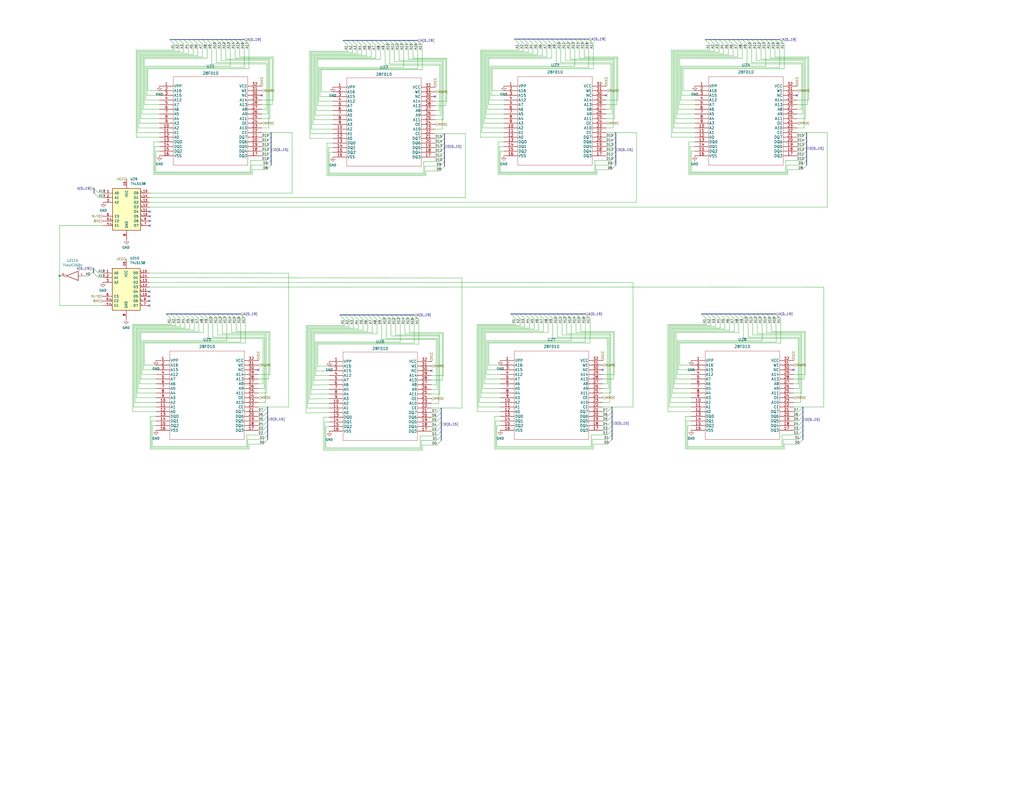
<source format=kicad_sch>
(kicad_sch (version 20211123) (generator eeschema)
  (paper "C")
  (junction (at 32.512 150.622))
  (no_connect (at 140.97 201.93))
  (no_connect (at 235.458 202.438))
  (no_connect (at 142.875 52.07))
  (no_connect (at 433.07 201.93))
  (no_connect (at 237.49 52.705))
  (no_connect (at 434.975 52.07))
  (no_connect (at 81.788 115.57))
  (no_connect (at 81.788 120.65))
  (no_connect (at 81.788 118.11))
  (no_connect (at 81.788 123.19))
  (no_connect (at 81.534 159.258))
  (no_connect (at 81.534 164.338))
  (no_connect (at 81.534 161.798))
  (no_connect (at 81.534 166.878))
  (no_connect (at 328.93 201.93))
  (no_connect (at 330.835 52.07))
  (bus_entry (at 334.01 227.33) (size -2.54 2.54))
  (bus_entry (at 385.318 171.45) (size 2.54 2.54))
  (bus_entry (at 123.19 21.59) (size 2.54 2.54))
  (bus_entry (at 199.898 22.098) (size 2.54 2.54))
  (bus_entry (at 334.01 222.25) (size -2.54 2.54))
  (bus_entry (at 204.978 22.098) (size 2.54 2.54))
  (bus_entry (at 146.05 227.33) (size -2.54 2.54))
  (bus_entry (at 395.478 171.45) (size 2.54 2.54))
  (bus_entry (at 382.778 171.45) (size 2.54 2.54))
  (bus_entry (at 440.182 74.93) (size -2.54 2.54))
  (bus_entry (at 311.15 21.336) (size 2.54 2.54))
  (bus_entry (at 281.305 171.45) (size 2.54 2.54))
  (bus_entry (at 397.51 21.59) (size 2.54 2.54))
  (bus_entry (at 226.06 171.958) (size 2.54 2.54))
  (bus_entry (at 147.955 72.39) (size -2.54 2.54))
  (bus_entry (at 387.858 171.45) (size 2.54 2.54))
  (bus_entry (at 240.792 232.918) (size -2.54 2.54))
  (bus_entry (at 334.01 232.41) (size -2.54 2.54))
  (bus_entry (at 314.325 171.45) (size 2.54 2.54))
  (bus_entry (at 105.41 21.59) (size 2.54 2.54))
  (bus_entry (at 242.57 83.185) (size -2.54 2.54))
  (bus_entry (at 336.042 82.55) (size -2.54 2.54))
  (bus_entry (at 334.01 234.95) (size -2.54 2.54))
  (bus_entry (at 306.07 21.336) (size 2.54 2.54))
  (bus_entry (at 336.042 74.93) (size -2.54 2.54))
  (bus_entry (at 110.49 21.59) (size 2.54 2.54))
  (bus_entry (at 299.085 171.45) (size 2.54 2.54))
  (bus_entry (at 240.792 222.758) (size -2.54 2.54))
  (bus_entry (at 110.998 171.45) (size 2.54 2.54))
  (bus_entry (at 193.04 171.958) (size 2.54 2.54))
  (bus_entry (at 392.938 171.45) (size 2.54 2.54))
  (bus_entry (at 51.054 148.082) (size -2.54 2.54))
  (bus_entry (at 215.138 22.098) (size 2.54 2.54))
  (bus_entry (at 321.31 21.336) (size 2.54 2.54))
  (bus_entry (at 283.845 171.45) (size 2.54 2.54))
  (bus_entry (at 390.398 171.45) (size 2.54 2.54))
  (bus_entry (at 218.44 171.958) (size 2.54 2.54))
  (bus_entry (at 303.53 21.336) (size 2.54 2.54))
  (bus_entry (at 187.198 22.098) (size 2.54 2.54))
  (bus_entry (at 115.57 21.59) (size 2.54 2.54))
  (bus_entry (at 440.182 72.39) (size -2.54 2.54))
  (bus_entry (at 90.678 171.45) (size 2.54 2.54))
  (bus_entry (at 319.532 171.45) (size 2.54 2.54))
  (bus_entry (at 336.042 90.17) (size -2.54 2.54))
  (bus_entry (at 123.698 171.45) (size 2.54 2.54))
  (bus_entry (at 440.182 82.55) (size -2.54 2.54))
  (bus_entry (at 147.955 74.93) (size -2.54 2.54))
  (bus_entry (at 100.838 171.45) (size 2.54 2.54))
  (bus_entry (at 146.05 224.79) (size -2.54 2.54))
  (bus_entry (at 147.955 85.09) (size -2.54 2.54))
  (bus_entry (at 147.955 90.17) (size -2.54 2.54))
  (bus_entry (at 185.42 171.958) (size 2.54 2.54))
  (bus_entry (at 121.158 171.45) (size 2.54 2.54))
  (bus_entry (at 131.318 171.45) (size 2.54 2.54))
  (bus_entry (at 422.91 21.59) (size 2.54 2.54))
  (bus_entry (at 195.58 171.958) (size 2.54 2.54))
  (bus_entry (at 242.57 85.725) (size -2.54 2.54))
  (bus_entry (at 107.95 21.59) (size 2.54 2.54))
  (bus_entry (at 242.57 80.645) (size -2.54 2.54))
  (bus_entry (at 125.73 21.59) (size 2.54 2.54))
  (bus_entry (at 283.21 21.336) (size 2.54 2.54))
  (bus_entry (at 286.385 171.45) (size 2.54 2.54))
  (bus_entry (at 300.99 21.336) (size 2.54 2.54))
  (bus_entry (at 210.058 22.098) (size 2.54 2.54))
  (bus_entry (at 417.83 21.59) (size 2.54 2.54))
  (bus_entry (at 410.718 171.45) (size 2.54 2.54))
  (bus_entry (at 405.13 21.59) (size 2.54 2.54))
  (bus_entry (at 147.955 82.55) (size -2.54 2.54))
  (bus_entry (at 301.625 171.45) (size 2.54 2.54))
  (bus_entry (at 215.9 171.958) (size 2.54 2.54))
  (bus_entry (at 334.01 224.79) (size -2.54 2.54))
  (bus_entry (at 203.2 171.958) (size 2.54 2.54))
  (bus_entry (at 118.618 171.45) (size 2.54 2.54))
  (bus_entry (at 313.69 21.336) (size 2.54 2.54))
  (bus_entry (at 194.818 22.098) (size 2.54 2.54))
  (bus_entry (at 51.054 149.098) (size 2.54 2.54))
  (bus_entry (at 400.558 171.45) (size 2.54 2.54))
  (bus_entry (at 242.57 90.805) (size -2.54 2.54))
  (bus_entry (at 220.218 22.098) (size 2.54 2.54))
  (bus_entry (at 304.165 171.45) (size 2.54 2.54))
  (bus_entry (at 146.05 240.03) (size -2.54 2.54))
  (bus_entry (at 217.678 22.098) (size 2.54 2.54))
  (bus_entry (at 420.37 21.59) (size 2.54 2.54))
  (bus_entry (at 438.15 227.33) (size -2.54 2.54))
  (bus_entry (at 438.15 224.79) (size -2.54 2.54))
  (bus_entry (at 334.01 229.87) (size -2.54 2.54))
  (bus_entry (at 128.27 21.59) (size 2.54 2.54))
  (bus_entry (at 384.81 21.59) (size 2.54 2.54))
  (bus_entry (at 146.05 229.87) (size -2.54 2.54))
  (bus_entry (at 223.52 171.958) (size 2.54 2.54))
  (bus_entry (at 146.05 237.49) (size -2.54 2.54))
  (bus_entry (at 240.792 240.538) (size -2.54 2.54))
  (bus_entry (at 225.298 22.098) (size 2.54 2.54))
  (bus_entry (at 336.042 77.47) (size -2.54 2.54))
  (bus_entry (at 200.66 171.958) (size 2.54 2.54))
  (bus_entry (at 285.75 21.336) (size 2.54 2.54))
  (bus_entry (at 118.11 21.59) (size 2.54 2.54))
  (bus_entry (at 425.45 21.59) (size 2.54 2.54))
  (bus_entry (at 105.918 171.45) (size 2.54 2.54))
  (bus_entry (at 95.758 171.45) (size 2.54 2.54))
  (bus_entry (at 410.21 21.59) (size 2.54 2.54))
  (bus_entry (at 438.15 232.41) (size -2.54 2.54))
  (bus_entry (at 147.955 77.47) (size -2.54 2.54))
  (bus_entry (at 400.05 21.59) (size 2.54 2.54))
  (bus_entry (at 278.765 171.45) (size 2.54 2.54))
  (bus_entry (at 295.91 21.336) (size 2.54 2.54))
  (bus_entry (at 316.992 171.45) (size 2.54 2.54))
  (bus_entry (at 240.792 227.838) (size -2.54 2.54))
  (bus_entry (at 198.12 171.958) (size 2.54 2.54))
  (bus_entry (at 438.15 229.87) (size -2.54 2.54))
  (bus_entry (at 220.98 171.958) (size 2.54 2.54))
  (bus_entry (at 405.638 171.45) (size 2.54 2.54))
  (bus_entry (at 318.77 21.336) (size 2.54 2.54))
  (bus_entry (at 288.925 171.45) (size 2.54 2.54))
  (bus_entry (at 440.182 77.47) (size -2.54 2.54))
  (bus_entry (at 240.792 235.458) (size -2.54 2.54))
  (bus_entry (at 336.042 87.63) (size -2.54 2.54))
  (bus_entry (at 113.538 171.45) (size 2.54 2.54))
  (bus_entry (at 240.792 237.998) (size -2.54 2.54))
  (bus_entry (at 51.308 102.87) (size 2.54 2.54))
  (bus_entry (at 51.308 105.41) (size 2.54 2.54))
  (bus_entry (at 97.79 21.59) (size 2.54 2.54))
  (bus_entry (at 440.182 80.01) (size -2.54 2.54))
  (bus_entry (at 392.43 21.59) (size 2.54 2.54))
  (bus_entry (at 423.418 171.45) (size 2.54 2.54))
  (bus_entry (at 440.182 87.63) (size -2.54 2.54))
  (bus_entry (at 240.792 225.298) (size -2.54 2.54))
  (bus_entry (at 412.75 21.59) (size 2.54 2.54))
  (bus_entry (at 398.018 171.45) (size 2.54 2.54))
  (bus_entry (at 208.28 171.958) (size 2.54 2.54))
  (bus_entry (at 113.03 21.59) (size 2.54 2.54))
  (bus_entry (at 316.23 21.336) (size 2.54 2.54))
  (bus_entry (at 408.178 171.45) (size 2.54 2.54))
  (bus_entry (at 407.67 21.59) (size 2.54 2.54))
  (bus_entry (at 336.042 80.01) (size -2.54 2.54))
  (bus_entry (at 100.33 21.59) (size 2.54 2.54))
  (bus_entry (at 413.258 171.45) (size 2.54 2.54))
  (bus_entry (at 205.74 171.958) (size 2.54 2.54))
  (bus_entry (at 108.458 171.45) (size 2.54 2.54))
  (bus_entry (at 187.96 171.958) (size 2.54 2.54))
  (bus_entry (at 438.15 240.03) (size -2.54 2.54))
  (bus_entry (at 102.87 21.59) (size 2.54 2.54))
  (bus_entry (at 95.25 21.59) (size 2.54 2.54))
  (bus_entry (at 438.15 237.49) (size -2.54 2.54))
  (bus_entry (at 290.83 21.336) (size 2.54 2.54))
  (bus_entry (at 93.218 171.45) (size 2.54 2.54))
  (bus_entry (at 146.05 222.25) (size -2.54 2.54))
  (bus_entry (at 51.054 146.558) (size 2.54 2.54))
  (bus_entry (at 298.45 21.336) (size 2.54 2.54))
  (bus_entry (at 133.35 21.59) (size 2.54 2.54))
  (bus_entry (at 288.29 21.336) (size 2.54 2.54))
  (bus_entry (at 294.005 171.45) (size 2.54 2.54))
  (bus_entry (at 227.838 22.098) (size 2.54 2.54))
  (bus_entry (at 242.57 75.565) (size -2.54 2.54))
  (bus_entry (at 202.438 22.098) (size 2.54 2.54))
  (bus_entry (at 280.67 21.336) (size 2.54 2.54))
  (bus_entry (at 242.57 73.025) (size -2.54 2.54))
  (bus_entry (at 440.182 90.17) (size -2.54 2.54))
  (bus_entry (at 440.182 85.09) (size -2.54 2.54))
  (bus_entry (at 128.778 171.45) (size 2.54 2.54))
  (bus_entry (at 126.238 171.45) (size 2.54 2.54))
  (bus_entry (at 418.338 171.45) (size 2.54 2.54))
  (bus_entry (at 389.89 21.59) (size 2.54 2.54))
  (bus_entry (at 394.97 21.59) (size 2.54 2.54))
  (bus_entry (at 403.098 171.45) (size 2.54 2.54))
  (bus_entry (at 213.36 171.958) (size 2.54 2.54))
  (bus_entry (at 242.57 88.265) (size -2.54 2.54))
  (bus_entry (at 197.358 22.098) (size 2.54 2.54))
  (bus_entry (at 146.05 232.41) (size -2.54 2.54))
  (bus_entry (at 291.465 171.45) (size 2.54 2.54))
  (bus_entry (at 120.65 21.59) (size 2.54 2.54))
  (bus_entry (at 147.955 87.63) (size -2.54 2.54))
  (bus_entry (at 296.545 171.45) (size 2.54 2.54))
  (bus_entry (at 207.518 22.098) (size 2.54 2.54))
  (bus_entry (at 116.078 171.45) (size 2.54 2.54))
  (bus_entry (at 420.878 171.45) (size 2.54 2.54))
  (bus_entry (at 189.738 22.098) (size 2.54 2.54))
  (bus_entry (at 334.01 240.03) (size -2.54 2.54))
  (bus_entry (at 212.598 22.098) (size 2.54 2.54))
  (bus_entry (at 242.57 78.105) (size -2.54 2.54))
  (bus_entry (at 192.278 22.098) (size 2.54 2.54))
  (bus_entry (at 130.81 21.59) (size 2.54 2.54))
  (bus_entry (at 306.705 171.45) (size 2.54 2.54))
  (bus_entry (at 103.378 171.45) (size 2.54 2.54))
  (bus_entry (at 336.042 85.09) (size -2.54 2.54))
  (bus_entry (at 415.29 21.59) (size 2.54 2.54))
  (bus_entry (at 311.785 171.45) (size 2.54 2.54))
  (bus_entry (at 387.35 21.59) (size 2.54 2.54))
  (bus_entry (at 415.798 171.45) (size 2.54 2.54))
  (bus_entry (at 240.792 230.378) (size -2.54 2.54))
  (bus_entry (at 146.05 234.95) (size -2.54 2.54))
  (bus_entry (at 438.15 234.95) (size -2.54 2.54))
  (bus_entry (at 438.15 222.25) (size -2.54 2.54))
  (bus_entry (at 334.01 237.49) (size -2.54 2.54))
  (bus_entry (at 293.37 21.336) (size 2.54 2.54))
  (bus_entry (at 402.59 21.59) (size 2.54 2.54))
  (bus_entry (at 308.61 21.336) (size 2.54 2.54))
  (bus_entry (at 336.042 72.39) (size -2.54 2.54))
  (bus_entry (at 98.298 171.45) (size 2.54 2.54))
  (bus_entry (at 190.5 171.958) (size 2.54 2.54))
  (bus_entry (at 147.955 80.01) (size -2.54 2.54))
  (bus_entry (at 92.71 21.59) (size 2.54 2.54))
  (bus_entry (at 309.245 171.45) (size 2.54 2.54))
  (bus_entry (at 210.82 171.958) (size 2.54 2.54))
  (bus_entry (at 222.758 22.098) (size 2.54 2.54))
  (wire (pts (xy 415.798 173.99) (xy 415.925 186.055)))
  (wire (pts (xy 398.018 173.99) (xy 398.145 180.34)))
  (wire (pts (xy 238.125 185.42) (xy 208.28 185.42)))
  (wire (pts (xy 231.14 88.265) (xy 240.03 88.265)))
  (wire (pts (xy 291.465 173.99) (xy 291.465 179.705)))
  (wire (pts (xy 439.42 180.975) (xy 421.005 180.975)))
  (wire (pts (xy 298.45 23.876) (xy 298.45 31.115)))
  (wire (pts (xy 335.28 32.385) (xy 311.15 32.385)))
  (wire (pts (xy 170.815 210.185) (xy 170.815 181.61)))
  (wire (pts (xy 32.512 166.878) (xy 56.134 166.878)))
  (wire (pts (xy 193.04 174.498) (xy 193.04 179.07)))
  (wire (pts (xy 367.665 180.34) (xy 398.145 180.34)))
  (wire (pts (xy 429.895 92.71) (xy 437.642 92.71)))
  (wire (pts (xy 324.485 93.98) (xy 324.485 87.63)))
  (bus (pts (xy 240.792 225.298) (xy 240.792 227.838)))
  (wire (pts (xy 268.605 37.465) (xy 323.85 37.465)))
  (wire (pts (xy 83.185 243.84) (xy 134.62 243.84)))
  (wire (pts (xy 118.11 24.13) (xy 118.11 34.29)))
  (wire (pts (xy 168.275 179.07) (xy 193.04 179.07)))
  (wire (pts (xy 167.64 222.885) (xy 167.64 178.435)))
  (wire (pts (xy 425.45 24.13) (xy 425.45 36.83)))
  (wire (pts (xy 377.19 214.63) (xy 367.03 214.63)))
  (wire (pts (xy 228.6 174.498) (xy 228.6 187.96)))
  (wire (pts (xy 273.05 93.98) (xy 324.485 93.98)))
  (wire (pts (xy 76.2 29.21) (xy 102.87 29.21)))
  (wire (pts (xy 237.49 78.105) (xy 240.03 78.105)))
  (wire (pts (xy 170.815 67.945) (xy 170.815 29.845)))
  (wire (pts (xy 176.53 227.838) (xy 176.53 245.872)))
  (wire (pts (xy 328.93 219.71) (xy 332.74 219.71)))
  (wire (pts (xy 328.93 224.79) (xy 331.47 224.79)))
  (wire (pts (xy 301.625 173.99) (xy 301.625 184.785)))
  (wire (pts (xy 273.05 217.17) (xy 262.255 217.17)))
  (wire (pts (xy 366.395 179.07) (xy 393.065 179.07)))
  (wire (pts (xy 74.295 217.17) (xy 74.295 179.07)))
  (wire (pts (xy 147.32 32.385) (xy 123.19 32.385)))
  (wire (pts (xy 334.645 181.61) (xy 314.325 181.61)))
  (wire (pts (xy 366.395 27.305) (xy 387.35 27.305)))
  (wire (pts (xy 237.49 73.025) (xy 242.57 73.025)))
  (wire (pts (xy 78.105 59.69) (xy 78.105 31.115)))
  (wire (pts (xy 366.395 74.93) (xy 366.395 27.305)))
  (wire (pts (xy 330.835 72.39) (xy 336.042 72.39)))
  (wire (pts (xy 195.58 174.498) (xy 195.58 179.705)))
  (bus (pts (xy 222.758 22.098) (xy 225.298 22.098)))
  (wire (pts (xy 74.295 27.305) (xy 95.25 27.305)))
  (wire (pts (xy 387.35 27.305) (xy 387.35 24.13)))
  (wire (pts (xy 128.778 173.99) (xy 128.905 180.975)))
  (wire (pts (xy 239.395 220.345) (xy 239.395 183.515)))
  (wire (pts (xy 167.005 225.425) (xy 167.005 177.8)))
  (wire (pts (xy 100.838 173.99) (xy 100.965 179.07)))
  (bus (pts (xy 390.398 171.45) (xy 392.938 171.45)))
  (wire (pts (xy 189.865 27.94) (xy 189.738 24.638)))
  (wire (pts (xy 75.565 69.85) (xy 75.565 28.575)))
  (wire (pts (xy 85.09 222.25) (xy 73.025 222.25)))
  (wire (pts (xy 438.785 33.02) (xy 412.75 33.02)))
  (wire (pts (xy 75.565 212.09) (xy 75.565 180.34)))
  (wire (pts (xy 379.095 72.39) (xy 367.03 72.39)))
  (bus (pts (xy 218.44 171.958) (xy 220.98 171.958)))
  (wire (pts (xy 146.685 207.01) (xy 146.685 181.61)))
  (wire (pts (xy 367.665 212.09) (xy 367.665 180.34)))
  (bus (pts (xy 334.01 229.87) (xy 334.01 232.41)))
  (bus (pts (xy 100.33 21.59) (xy 102.87 21.59)))
  (wire (pts (xy 262.89 27.94) (xy 285.75 27.94)))
  (wire (pts (xy 270.51 229.87) (xy 270.51 244.475)))
  (wire (pts (xy 229.87 240.538) (xy 229.87 245.11)))
  (wire (pts (xy 377.19 207.01) (xy 368.935 207.01)))
  (bus (pts (xy 118.11 21.59) (xy 120.65 21.59)))
  (wire (pts (xy 83.82 77.47) (xy 83.82 95.25)))
  (wire (pts (xy 142.875 62.23) (xy 146.05 62.23)))
  (wire (pts (xy 82.55 244.475) (xy 135.255 244.475)))
  (wire (pts (xy 266.065 31.115) (xy 298.45 31.115)))
  (bus (pts (xy 242.57 88.265) (xy 242.57 90.805)))
  (bus (pts (xy 422.91 21.59) (xy 425.45 21.59)))
  (wire (pts (xy 262.255 74.93) (xy 262.255 27.305)))
  (wire (pts (xy 438.785 181.61) (xy 418.465 181.61)))
  (bus (pts (xy 240.792 227.838) (xy 240.792 230.378)))
  (wire (pts (xy 181.61 57.785) (xy 173.355 57.785)))
  (wire (pts (xy 365.125 177.8) (xy 387.985 177.8)))
  (bus (pts (xy 438.15 222.25) (xy 438.15 224.79)))
  (wire (pts (xy 330.835 57.15) (xy 336.55 57.15)))
  (bus (pts (xy 146.05 232.41) (xy 146.05 234.95)))
  (wire (pts (xy 264.16 29.21) (xy 290.83 29.21)))
  (wire (pts (xy 217.678 24.638) (xy 217.805 33.02)))
  (wire (pts (xy 83.82 95.25) (xy 137.795 95.25)))
  (wire (pts (xy 262.89 179.705) (xy 291.465 179.705)))
  (wire (pts (xy 328.93 214.63) (xy 333.375 214.63)))
  (wire (pts (xy 173.355 200.025) (xy 173.355 187.96)))
  (wire (pts (xy 288.925 173.99) (xy 288.925 179.07)))
  (wire (pts (xy 273.05 201.93) (xy 266.065 201.93)))
  (wire (pts (xy 262.89 214.63) (xy 262.89 179.705)))
  (wire (pts (xy 402.59 24.13) (xy 402.59 31.115)))
  (wire (pts (xy 177.8 233.045) (xy 177.8 244.475)))
  (wire (pts (xy 197.358 24.638) (xy 197.485 29.845)))
  (wire (pts (xy 290.83 23.876) (xy 290.83 29.21)))
  (wire (pts (xy 53.594 149.098) (xy 56.134 149.098)))
  (wire (pts (xy 433.07 227.33) (xy 435.61 227.33)))
  (wire (pts (xy 334.645 207.01) (xy 334.645 181.61)))
  (wire (pts (xy 176.53 227.838) (xy 179.578 227.838)))
  (wire (pts (xy 100.33 24.13) (xy 100.33 28.575)))
  (wire (pts (xy 374.015 227.33) (xy 374.015 245.11)))
  (wire (pts (xy 306.705 173.99) (xy 306.705 182.88)))
  (wire (pts (xy 377.19 222.25) (xy 365.125 222.25)))
  (wire (pts (xy 241.3 182.245) (xy 220.98 182.245)))
  (wire (pts (xy 137.795 95.25) (xy 137.795 92.71)))
  (wire (pts (xy 407.67 24.13) (xy 407.67 34.925)))
  (bus (pts (xy 387.858 171.45) (xy 390.398 171.45)))
  (wire (pts (xy 392.43 24.13) (xy 392.43 28.575)))
  (wire (pts (xy 95.25 27.305) (xy 95.25 24.13)))
  (wire (pts (xy 77.47 62.23) (xy 77.47 30.48)))
  (wire (pts (xy 332.74 182.88) (xy 306.705 182.88)))
  (wire (pts (xy 376.555 94.615) (xy 429.26 94.615)))
  (bus (pts (xy 392.938 171.45) (xy 395.478 171.45)))
  (wire (pts (xy 263.525 69.85) (xy 263.525 28.575)))
  (wire (pts (xy 377.19 232.41) (xy 375.285 232.41)))
  (wire (pts (xy 157.48 149.225) (xy 157.48 222.25)))
  (wire (pts (xy 181.61 83.185) (xy 179.705 83.185)))
  (bus (pts (xy 108.458 171.45) (xy 110.998 171.45)))
  (bus (pts (xy 51.054 148.082) (xy 51.054 149.098)))
  (wire (pts (xy 179.578 222.758) (xy 167.64 222.885)))
  (wire (pts (xy 169.545 180.34) (xy 198.12 180.34)))
  (wire (pts (xy 93.345 177.165) (xy 93.218 173.99)))
  (wire (pts (xy 379.095 82.55) (xy 377.19 82.55)))
  (wire (pts (xy 347.345 72.39) (xy 347.345 110.49)))
  (wire (pts (xy 179.578 235.458) (xy 179.705 235.585)))
  (wire (pts (xy 336.55 31.75) (xy 316.23 31.75)))
  (wire (pts (xy 170.815 29.845) (xy 197.485 29.845)))
  (wire (pts (xy 365.76 178.435) (xy 390.525 178.435)))
  (bus (pts (xy 440.182 77.47) (xy 440.182 80.01)))
  (wire (pts (xy 274.955 57.15) (xy 266.7 57.15)))
  (wire (pts (xy 274.955 59.69) (xy 266.065 59.69)))
  (wire (pts (xy 417.83 24.13) (xy 417.83 36.195)))
  (bus (pts (xy 242.57 73.025) (xy 242.57 75.565)))
  (wire (pts (xy 179.578 212.598) (xy 170.18 212.725)))
  (bus (pts (xy 240.792 222.758) (xy 240.792 225.298)))
  (wire (pts (xy 81.915 227.33) (xy 81.915 245.11)))
  (wire (pts (xy 142.875 54.61) (xy 149.225 54.61)))
  (wire (pts (xy 368.3 180.975) (xy 400.685 180.975)))
  (wire (pts (xy 74.295 74.93) (xy 74.295 27.305)))
  (wire (pts (xy 85.09 204.47) (xy 77.47 204.47)))
  (wire (pts (xy 274.955 69.85) (xy 263.525 69.85)))
  (wire (pts (xy 32.512 123.19) (xy 56.388 123.19)))
  (wire (pts (xy 266.7 57.15) (xy 266.7 31.75)))
  (wire (pts (xy 436.245 212.09) (xy 436.245 184.15)))
  (bus (pts (xy 194.818 22.098) (xy 197.358 22.098)))
  (wire (pts (xy 369.57 30.48) (xy 400.05 30.48)))
  (bus (pts (xy 438.15 234.95) (xy 438.15 237.49)))
  (wire (pts (xy 313.69 23.876) (xy 313.69 36.195)))
  (wire (pts (xy 400.558 173.99) (xy 400.685 180.975)))
  (wire (pts (xy 135.89 24.13) (xy 135.89 37.465)))
  (bus (pts (xy 146.05 224.79) (xy 146.05 227.33)))
  (bus (pts (xy 438.15 237.49) (xy 438.15 240.03)))
  (wire (pts (xy 140.97 232.41) (xy 143.51 232.41)))
  (wire (pts (xy 225.298 24.638) (xy 225.425 31.75)))
  (bus (pts (xy 103.378 171.45) (xy 105.918 171.45)))
  (wire (pts (xy 123.19 24.13) (xy 123.19 32.385)))
  (wire (pts (xy 254 107.95) (xy 254 73.025)))
  (bus (pts (xy 242.57 80.645) (xy 242.57 83.185)))
  (bus (pts (xy 110.49 21.59) (xy 113.03 21.59)))
  (wire (pts (xy 321.31 23.876) (xy 321.31 36.83)))
  (wire (pts (xy 170.18 29.21) (xy 194.945 29.21)))
  (wire (pts (xy 334.01 222.25) (xy 345.44 222.25)))
  (bus (pts (xy 410.718 171.45) (xy 413.258 171.45)))
  (wire (pts (xy 436.245 184.15) (xy 408.305 184.15)))
  (wire (pts (xy 147.32 204.47) (xy 147.32 180.975)))
  (wire (pts (xy 148.59 31.75) (xy 128.27 31.75)))
  (wire (pts (xy 78.105 31.115) (xy 110.49 31.115)))
  (wire (pts (xy 288.29 23.876) (xy 288.29 28.575)))
  (wire (pts (xy 179.07 95.25) (xy 231.775 95.25)))
  (wire (pts (xy 270.51 244.475) (xy 323.215 244.475)))
  (wire (pts (xy 86.995 67.31) (xy 76.2 67.31)))
  (wire (pts (xy 271.78 95.25) (xy 325.755 95.25)))
  (wire (pts (xy 368.935 64.77) (xy 368.935 29.845)))
  (wire (pts (xy 334.01 34.29) (xy 306.07 34.29)))
  (bus (pts (xy 311.785 171.45) (xy 314.325 171.45)))
  (wire (pts (xy 241.935 181.61) (xy 223.52 181.61)))
  (wire (pts (xy 335.28 204.47) (xy 335.28 180.975)))
  (wire (pts (xy 126.238 173.99) (xy 126.365 181.61)))
  (wire (pts (xy 179.578 225.298) (xy 167.005 225.425)))
  (wire (pts (xy 433.07 222.25) (xy 438.15 222.25)))
  (wire (pts (xy 215.9 174.498) (xy 215.9 182.88)))
  (wire (pts (xy 142.875 69.85) (xy 146.685 69.85)))
  (bus (pts (xy 334.01 222.25) (xy 334.01 224.79)))
  (wire (pts (xy 178.435 95.885) (xy 232.41 95.885)))
  (wire (pts (xy 316.865 173.99) (xy 316.865 180.975)))
  (wire (pts (xy 267.97 52.07) (xy 267.97 36.83)))
  (wire (pts (xy 237.49 70.485) (xy 241.3 70.485)))
  (bus (pts (xy 195.58 171.958) (xy 198.12 171.958)))
  (wire (pts (xy 130.81 24.13) (xy 130.81 31.115)))
  (bus (pts (xy 438.15 227.33) (xy 438.15 229.87)))
  (bus (pts (xy 298.45 21.336) (xy 300.99 21.336)))
  (wire (pts (xy 328.93 227.33) (xy 331.47 227.33)))
  (wire (pts (xy 267.97 36.83) (xy 321.31 36.83)))
  (bus (pts (xy 215.9 171.958) (xy 218.44 171.958)))
  (wire (pts (xy 85.09 219.71) (xy 73.66 219.71)))
  (wire (pts (xy 405.638 173.99) (xy 405.765 184.785)))
  (wire (pts (xy 140.97 234.95) (xy 143.51 234.95)))
  (wire (pts (xy 377.19 204.47) (xy 369.57 204.47)))
  (wire (pts (xy 433.07 224.79) (xy 435.61 224.79)))
  (wire (pts (xy 262.255 27.305) (xy 283.21 27.305)))
  (wire (pts (xy 266.7 187.325) (xy 321.945 187.325)))
  (wire (pts (xy 322.58 237.49) (xy 331.47 237.49)))
  (bus (pts (xy 403.098 171.45) (xy 405.638 171.45)))
  (bus (pts (xy 294.005 171.45) (xy 296.545 171.45)))
  (bus (pts (xy 420.878 171.45) (xy 423.418 171.45)))
  (wire (pts (xy 433.07 212.09) (xy 436.245 212.09)))
  (wire (pts (xy 379.095 74.93) (xy 366.395 74.93)))
  (wire (pts (xy 273.05 229.87) (xy 270.51 229.87)))
  (wire (pts (xy 283.21 27.305) (xy 283.21 23.876)))
  (wire (pts (xy 336.55 57.15) (xy 336.55 31.75)))
  (wire (pts (xy 85.09 209.55) (xy 76.2 209.55)))
  (wire (pts (xy 198.12 174.498) (xy 198.12 180.34)))
  (bus (pts (xy 90.678 171.45) (xy 93.218 171.45)))
  (wire (pts (xy 379.095 54.61) (xy 371.475 54.61)))
  (wire (pts (xy 237.49 83.185) (xy 240.03 83.185)))
  (wire (pts (xy 108.458 173.99) (xy 108.585 180.975)))
  (wire (pts (xy 140.97 212.09) (xy 144.145 212.09)))
  (bus (pts (xy 408.178 171.45) (xy 410.718 171.45)))
  (wire (pts (xy 379.095 52.07) (xy 372.11 52.07)))
  (bus (pts (xy 113.538 171.45) (xy 116.078 171.45)))
  (wire (pts (xy 143.51 184.785) (xy 113.665 184.785)))
  (wire (pts (xy 140.97 209.55) (xy 143.51 209.55)))
  (wire (pts (xy 332.105 212.09) (xy 332.105 184.15)))
  (bus (pts (xy 118.618 171.45) (xy 121.158 171.45)))
  (bus (pts (xy 110.998 171.45) (xy 113.538 171.45)))
  (wire (pts (xy 369.57 62.23) (xy 369.57 30.48)))
  (wire (pts (xy 179.07 80.645) (xy 179.07 95.25)))
  (wire (pts (xy 170.18 180.975) (xy 200.66 180.975)))
  (wire (pts (xy 311.15 23.876) (xy 311.15 32.385)))
  (wire (pts (xy 235.458 222.758) (xy 252.095 222.885)))
  (bus (pts (xy 318.77 21.336) (xy 321.31 21.336)))
  (wire (pts (xy 333.375 182.245) (xy 309.245 182.245)))
  (wire (pts (xy 135.255 244.475) (xy 135.255 240.03)))
  (wire (pts (xy 137.16 90.17) (xy 145.415 90.17)))
  (bus (pts (xy 314.325 171.45) (xy 316.992 171.45)))
  (wire (pts (xy 260.35 177.165) (xy 281.305 177.165)))
  (wire (pts (xy 273.05 222.25) (xy 260.985 222.25)))
  (wire (pts (xy 426.72 243.84) (xy 426.72 237.49)))
  (wire (pts (xy 240.665 62.865) (xy 240.665 34.925)))
  (wire (pts (xy 86.995 82.55) (xy 85.09 82.55)))
  (bus (pts (xy 438.15 224.79) (xy 438.15 227.33)))
  (wire (pts (xy 235.458 220.218) (xy 239.395 220.345)))
  (bus (pts (xy 440.182 74.93) (xy 440.182 77.47)))
  (wire (pts (xy 434.975 64.77) (xy 439.42 64.77)))
  (wire (pts (xy 237.49 62.865) (xy 240.665 62.865)))
  (bus (pts (xy 146.05 227.33) (xy 146.05 229.87)))
  (wire (pts (xy 408.178 173.99) (xy 408.305 184.15)))
  (bus (pts (xy 334.01 234.95) (xy 334.01 237.49)))
  (bus (pts (xy 303.53 21.336) (xy 306.07 21.336)))
  (wire (pts (xy 235.458 227.838) (xy 238.252 227.838)))
  (bus (pts (xy 192.278 22.098) (xy 194.818 22.098)))
  (bus (pts (xy 198.12 171.958) (xy 200.66 171.958)))
  (wire (pts (xy 171.45 65.405) (xy 171.45 30.48)))
  (wire (pts (xy 437.515 182.245) (xy 413.385 182.245)))
  (wire (pts (xy 330.835 54.61) (xy 337.185 54.61)))
  (wire (pts (xy 330.835 74.93) (xy 333.502 74.93)))
  (bus (pts (xy 438.15 232.41) (xy 438.15 234.95)))
  (bus (pts (xy 398.018 171.45) (xy 400.558 171.45)))
  (wire (pts (xy 146.685 181.61) (xy 126.365 181.61)))
  (wire (pts (xy 337.185 54.61) (xy 337.185 31.115)))
  (wire (pts (xy 149.225 31.115) (xy 130.81 31.115)))
  (bus (pts (xy 128.27 21.59) (xy 130.81 21.59)))
  (wire (pts (xy 172.085 31.115) (xy 202.565 31.115)))
  (wire (pts (xy 325.755 92.71) (xy 333.502 92.71)))
  (wire (pts (xy 451.485 72.39) (xy 451.485 113.03)))
  (wire (pts (xy 328.93 212.09) (xy 332.105 212.09)))
  (bus (pts (xy 147.955 74.93) (xy 147.955 77.47)))
  (bus (pts (xy 385.318 171.45) (xy 387.858 171.45)))
  (wire (pts (xy 173.99 36.83) (xy 220.345 36.83)))
  (wire (pts (xy 314.325 173.99) (xy 314.325 181.61)))
  (wire (pts (xy 333.375 34.925) (xy 303.53 34.925)))
  (wire (pts (xy 173.99 55.245) (xy 173.99 36.83)))
  (wire (pts (xy 86.995 80.01) (xy 84.455 80.01)))
  (wire (pts (xy 271.145 232.41) (xy 271.145 243.84)))
  (wire (pts (xy 438.15 222.25) (xy 449.58 222.25)))
  (wire (pts (xy 173.355 187.96) (xy 228.6 187.96)))
  (bus (pts (xy 417.83 21.59) (xy 420.37 21.59)))
  (bus (pts (xy 306.07 21.336) (xy 308.61 21.336)))
  (wire (pts (xy 370.84 31.75) (xy 405.13 31.75)))
  (wire (pts (xy 181.61 67.945) (xy 170.815 67.945)))
  (bus (pts (xy 147.955 85.09) (xy 147.955 87.63)))
  (wire (pts (xy 367.03 179.705) (xy 395.605 179.705)))
  (wire (pts (xy 235.458 230.378) (xy 238.252 230.378)))
  (bus (pts (xy 288.29 21.336) (xy 290.83 21.336)))
  (wire (pts (xy 53.594 151.638) (xy 56.134 151.638)))
  (wire (pts (xy 73.66 178.435) (xy 98.425 178.435)))
  (wire (pts (xy 372.11 36.83) (xy 425.45 36.83)))
  (wire (pts (xy 375.285 232.41) (xy 375.285 243.84)))
  (wire (pts (xy 243.84 55.245) (xy 243.84 31.75)))
  (wire (pts (xy 379.095 57.15) (xy 370.84 57.15)))
  (wire (pts (xy 110.998 173.99) (xy 111.125 181.61)))
  (wire (pts (xy 428.625 93.98) (xy 428.625 87.63)))
  (wire (pts (xy 372.745 37.465) (xy 427.99 37.465)))
  (wire (pts (xy 140.97 207.01) (xy 146.685 207.01)))
  (wire (pts (xy 440.182 72.39) (xy 451.485 72.39)))
  (wire (pts (xy 241.935 205.105) (xy 241.935 181.61)))
  (wire (pts (xy 232.41 95.885) (xy 232.41 93.345)))
  (wire (pts (xy 220.98 174.498) (xy 220.98 182.245)))
  (bus (pts (xy 116.078 171.45) (xy 118.618 171.45)))
  (wire (pts (xy 118.618 173.99) (xy 118.745 182.88)))
  (wire (pts (xy 377.19 212.09) (xy 367.665 212.09)))
  (wire (pts (xy 266.7 199.39) (xy 266.7 187.325)))
  (wire (pts (xy 137.16 94.615) (xy 137.16 90.17)))
  (wire (pts (xy 85.09 199.39) (xy 78.74 199.39)))
  (wire (pts (xy 433.07 214.63) (xy 437.515 214.63)))
  (wire (pts (xy 172.085 62.865) (xy 172.085 31.115)))
  (wire (pts (xy 334.01 62.23) (xy 334.01 34.29)))
  (wire (pts (xy 423.418 173.99) (xy 423.545 186.69)))
  (wire (pts (xy 330.835 82.55) (xy 333.502 82.55)))
  (bus (pts (xy 185.42 171.958) (xy 187.96 171.958)))
  (bus (pts (xy 440.182 87.63) (xy 440.182 90.17)))
  (wire (pts (xy 181.61 55.245) (xy 173.99 55.245)))
  (wire (pts (xy 330.962 49.53) (xy 330.835 49.53)))
  (wire (pts (xy 168.91 179.705) (xy 195.58 179.705)))
  (bus (pts (xy 217.678 22.098) (xy 220.218 22.098)))
  (bus (pts (xy 395.478 171.45) (xy 398.018 171.45)))
  (wire (pts (xy 133.35 24.13) (xy 133.35 36.83)))
  (wire (pts (xy 330.835 64.77) (xy 335.28 64.77)))
  (bus (pts (xy 147.955 87.63) (xy 147.955 90.17)))
  (wire (pts (xy 174.625 52.705) (xy 174.625 37.465)))
  (wire (pts (xy 368.935 207.01) (xy 368.935 181.61)))
  (wire (pts (xy 76.835 64.77) (xy 76.835 29.845)))
  (wire (pts (xy 370.84 57.15) (xy 370.84 31.75)))
  (wire (pts (xy 434.975 77.47) (xy 437.642 77.47)))
  (bus (pts (xy 125.73 21.59) (xy 128.27 21.59)))
  (wire (pts (xy 135.89 245.11) (xy 135.89 242.57)))
  (wire (pts (xy 427.99 24.13) (xy 427.99 37.465)))
  (bus (pts (xy 285.75 21.336) (xy 288.29 21.336)))
  (wire (pts (xy 86.995 49.53) (xy 80.645 49.53)))
  (wire (pts (xy 387.858 173.99) (xy 387.985 177.8)))
  (bus (pts (xy 410.21 21.59) (xy 412.75 21.59)))
  (wire (pts (xy 171.45 182.245) (xy 205.74 182.245)))
  (bus (pts (xy 115.57 21.59) (xy 118.11 21.59)))
  (wire (pts (xy 202.438 24.638) (xy 202.565 31.115)))
  (wire (pts (xy 240.03 182.88) (xy 215.9 182.88)))
  (wire (pts (xy 434.975 69.85) (xy 438.785 69.85)))
  (wire (pts (xy 370.205 59.69) (xy 370.205 31.115)))
  (wire (pts (xy 97.79 24.13) (xy 97.79 27.94)))
  (wire (pts (xy 262.255 217.17) (xy 262.255 179.07)))
  (bus (pts (xy 147.955 80.01) (xy 147.955 82.55)))
  (bus (pts (xy 193.04 171.958) (xy 195.58 171.958)))
  (wire (pts (xy 377.19 93.98) (xy 428.625 93.98)))
  (wire (pts (xy 433.07 234.95) (xy 435.61 234.95)))
  (bus (pts (xy 95.25 21.59) (xy 97.79 21.59)))
  (wire (pts (xy 76.2 180.975) (xy 108.585 180.975)))
  (wire (pts (xy 240.665 34.925) (xy 212.725 34.925)))
  (wire (pts (xy 286.385 173.99) (xy 286.385 178.435)))
  (bus (pts (xy 334.01 232.41) (xy 334.01 234.95)))
  (wire (pts (xy 179.705 94.615) (xy 231.14 94.615)))
  (wire (pts (xy 333.375 59.69) (xy 333.375 34.925)))
  (bus (pts (xy 187.96 171.958) (xy 190.5 171.958)))
  (wire (pts (xy 240.03 60.325) (xy 240.03 35.56)))
  (wire (pts (xy 429.895 95.25) (xy 429.895 92.71)))
  (wire (pts (xy 269.875 245.11) (xy 323.85 245.11)))
  (bus (pts (xy 440.182 72.39) (xy 440.182 74.93)))
  (wire (pts (xy 135.255 240.03) (xy 143.51 240.03)))
  (wire (pts (xy 267.335 36.195) (xy 313.69 36.195)))
  (wire (pts (xy 178.435 78.105) (xy 178.435 95.885)))
  (wire (pts (xy 81.534 154.178) (xy 345.44 154.305)))
  (wire (pts (xy 309.245 173.99) (xy 309.245 182.245)))
  (wire (pts (xy 435.61 209.55) (xy 435.61 184.785)))
  (wire (pts (xy 46.482 150.622) (xy 48.514 150.622)))
  (wire (pts (xy 330.835 62.23) (xy 334.01 62.23)))
  (wire (pts (xy 135.89 242.57) (xy 143.51 242.57)))
  (bus (pts (xy 412.75 21.59) (xy 415.29 21.59)))
  (wire (pts (xy 332.74 219.71) (xy 332.74 182.88)))
  (bus (pts (xy 215.138 22.098) (xy 217.678 22.098)))
  (bus (pts (xy 313.69 21.336) (xy 316.23 21.336)))
  (wire (pts (xy 330.835 85.09) (xy 333.502 85.09)))
  (wire (pts (xy 230.378 245.872) (xy 230.378 243.078)))
  (bus (pts (xy 146.05 229.87) (xy 146.05 232.41)))
  (bus (pts (xy 280.67 21.336) (xy 283.21 21.336)))
  (bus (pts (xy 197.358 22.098) (xy 199.898 22.098)))
  (wire (pts (xy 168.275 220.345) (xy 168.275 179.07)))
  (wire (pts (xy 370.205 31.115) (xy 402.59 31.115)))
  (wire (pts (xy 266.065 201.93) (xy 266.065 186.69)))
  (bus (pts (xy 210.82 171.958) (xy 213.36 171.958)))
  (wire (pts (xy 427.99 242.57) (xy 435.61 242.57)))
  (wire (pts (xy 78.74 187.325) (xy 133.985 187.325)))
  (wire (pts (xy 146.05 222.25) (xy 157.48 222.25)))
  (wire (pts (xy 181.61 73.025) (xy 169.545 73.025)))
  (wire (pts (xy 86.995 69.85) (xy 75.565 69.85)))
  (wire (pts (xy 81.534 156.718) (xy 449.58 156.845)))
  (wire (pts (xy 273.05 232.41) (xy 271.145 232.41)))
  (wire (pts (xy 241.935 33.02) (xy 217.805 33.02)))
  (wire (pts (xy 86.995 62.23) (xy 77.47 62.23)))
  (bus (pts (xy 384.81 21.59) (xy 387.35 21.59)))
  (bus (pts (xy 240.792 235.458) (xy 240.792 237.998)))
  (wire (pts (xy 330.835 59.69) (xy 333.375 59.69)))
  (bus (pts (xy 220.98 171.958) (xy 223.52 171.958)))
  (wire (pts (xy 235.458 215.138) (xy 240.03 215.265)))
  (bus (pts (xy 102.87 21.59) (xy 105.41 21.59)))
  (wire (pts (xy 32.512 123.19) (xy 32.512 150.622)))
  (bus (pts (xy 107.95 21.59) (xy 110.49 21.59)))
  (wire (pts (xy 128.27 24.13) (xy 128.27 31.75)))
  (wire (pts (xy 172.72 31.75) (xy 205.105 31.75)))
  (wire (pts (xy 222.758 24.638) (xy 222.885 32.385)))
  (wire (pts (xy 281.305 177.165) (xy 281.305 173.99)))
  (wire (pts (xy 146.685 33.02) (xy 120.65 33.02)))
  (wire (pts (xy 440.69 57.15) (xy 440.69 31.75)))
  (wire (pts (xy 261.62 178.435) (xy 286.385 178.435)))
  (wire (pts (xy 400.05 24.13) (xy 400.05 30.48)))
  (bus (pts (xy 208.28 171.958) (xy 210.82 171.958)))
  (wire (pts (xy 120.65 24.13) (xy 120.65 33.02)))
  (wire (pts (xy 179.578 210.058) (xy 170.815 210.185)))
  (bus (pts (xy 200.66 171.958) (xy 203.2 171.958)))
  (bus (pts (xy 286.385 171.45) (xy 288.925 171.45)))
  (wire (pts (xy 331.47 209.55) (xy 331.47 184.785)))
  (wire (pts (xy 80.01 52.07) (xy 80.01 36.83)))
  (wire (pts (xy 82.55 229.87) (xy 82.55 244.475)))
  (wire (pts (xy 371.475 36.195) (xy 417.83 36.195)))
  (wire (pts (xy 296.545 173.99) (xy 296.545 180.975)))
  (wire (pts (xy 335.28 64.77) (xy 335.28 32.385)))
  (wire (pts (xy 235.458 235.458) (xy 238.252 235.458)))
  (wire (pts (xy 374.65 244.475) (xy 427.355 244.475)))
  (wire (pts (xy 379.095 64.77) (xy 368.935 64.77)))
  (bus (pts (xy 202.438 22.098) (xy 204.978 22.098)))
  (wire (pts (xy 273.05 204.47) (xy 265.43 204.47)))
  (wire (pts (xy 181.61 50.165) (xy 175.26 50.165)))
  (bus (pts (xy 336.042 77.47) (xy 336.042 80.01)))
  (wire (pts (xy 330.835 80.01) (xy 333.502 80.01)))
  (wire (pts (xy 240.03 215.265) (xy 240.03 182.88)))
  (wire (pts (xy 434.975 59.69) (xy 437.515 59.69)))
  (wire (pts (xy 74.93 27.94) (xy 97.79 27.94)))
  (wire (pts (xy 142.875 82.55) (xy 145.415 82.55)))
  (bus (pts (xy 306.705 171.45) (xy 309.245 171.45)))
  (wire (pts (xy 377.19 227.33) (xy 374.015 227.33)))
  (wire (pts (xy 440.69 31.75) (xy 420.37 31.75)))
  (wire (pts (xy 95.758 173.99) (xy 95.885 177.8)))
  (wire (pts (xy 179.578 215.138) (xy 169.545 215.265)))
  (wire (pts (xy 78.105 186.69) (xy 131.445 186.69)))
  (wire (pts (xy 273.05 209.55) (xy 264.16 209.55)))
  (wire (pts (xy 194.818 24.638) (xy 194.945 29.21)))
  (wire (pts (xy 235.458 204.978) (xy 241.935 205.105)))
  (bus (pts (xy 309.245 171.45) (xy 311.785 171.45)))
  (wire (pts (xy 364.49 224.79) (xy 364.49 177.165)))
  (wire (pts (xy 439.42 204.47) (xy 439.42 180.975)))
  (wire (pts (xy 263.525 180.34) (xy 294.005 180.34)))
  (wire (pts (xy 433.07 229.87) (xy 435.61 229.87)))
  (wire (pts (xy 177.165 245.11) (xy 229.87 245.11)))
  (wire (pts (xy 229.235 238.125) (xy 238.252 237.998)))
  (wire (pts (xy 102.87 24.13) (xy 102.87 29.21)))
  (wire (pts (xy 146.05 34.29) (xy 118.11 34.29)))
  (wire (pts (xy 181.61 80.645) (xy 179.07 80.645)))
  (wire (pts (xy 148.59 57.15) (xy 148.59 31.75)))
  (wire (pts (xy 81.788 107.95) (xy 254 107.95)))
  (bus (pts (xy 295.91 21.336) (xy 298.45 21.336)))
  (wire (pts (xy 420.878 173.99) (xy 421.005 180.975)))
  (bus (pts (xy 394.97 21.59) (xy 397.51 21.59)))
  (bus (pts (xy 147.955 72.39) (xy 147.955 74.93)))
  (wire (pts (xy 427.355 244.475) (xy 427.355 240.03)))
  (wire (pts (xy 80.01 36.83) (xy 133.35 36.83)))
  (wire (pts (xy 293.37 23.876) (xy 293.37 29.845)))
  (wire (pts (xy 147.32 64.77) (xy 147.32 32.385)))
  (wire (pts (xy 72.39 224.79) (xy 72.39 177.165)))
  (bus (pts (xy 405.638 171.45) (xy 408.178 171.45)))
  (bus (pts (xy 123.698 171.45) (xy 126.238 171.45)))
  (wire (pts (xy 377.19 201.93) (xy 370.205 201.93)))
  (wire (pts (xy 146.685 69.85) (xy 146.685 33.02)))
  (wire (pts (xy 85.09 229.87) (xy 82.55 229.87)))
  (wire (pts (xy 274.955 49.53) (xy 268.605 49.53)))
  (wire (pts (xy 241.3 207.645) (xy 241.3 182.245)))
  (wire (pts (xy 308.61 23.876) (xy 308.61 33.02)))
  (bus (pts (xy 95.758 171.45) (xy 98.298 171.45)))
  (wire (pts (xy 337.185 31.115) (xy 318.77 31.115)))
  (wire (pts (xy 231.14 94.615) (xy 231.14 88.265)))
  (wire (pts (xy 142.875 74.93) (xy 145.415 74.93)))
  (wire (pts (xy 366.395 217.17) (xy 366.395 179.07)))
  (wire (pts (xy 85.09 224.79) (xy 72.39 224.79)))
  (wire (pts (xy 425.958 173.99) (xy 426.085 187.325)))
  (wire (pts (xy 242.57 73.025) (xy 254 73.025)))
  (wire (pts (xy 325.755 95.25) (xy 325.755 92.71)))
  (wire (pts (xy 179.578 207.518) (xy 171.45 207.645)))
  (wire (pts (xy 439.42 64.77) (xy 439.42 32.385)))
  (wire (pts (xy 73.66 219.71) (xy 73.66 178.435)))
  (wire (pts (xy 434.975 62.23) (xy 438.15 62.23)))
  (wire (pts (xy 241.935 65.405) (xy 241.935 33.02)))
  (wire (pts (xy 181.61 62.865) (xy 172.085 62.865)))
  (wire (pts (xy 123.698 173.99) (xy 123.825 186.055)))
  (wire (pts (xy 171.45 207.645) (xy 171.45 182.245)))
  (bus (pts (xy 100.838 171.45) (xy 103.378 171.45)))
  (wire (pts (xy 418.338 173.99) (xy 418.465 181.61)))
  (wire (pts (xy 271.78 77.47) (xy 271.78 95.25)))
  (wire (pts (xy 325.12 90.17) (xy 333.502 90.17)))
  (wire (pts (xy 235.458 225.298) (xy 238.252 225.298)))
  (wire (pts (xy 299.085 173.99) (xy 299.085 181.61)))
  (wire (pts (xy 187.96 177.8) (xy 187.96 174.498)))
  (bus (pts (xy 336.042 72.39) (xy 336.042 74.93)))
  (wire (pts (xy 260.985 222.25) (xy 260.985 177.8)))
  (wire (pts (xy 241.3 33.655) (xy 215.265 33.655)))
  (wire (pts (xy 437.515 59.69) (xy 437.515 34.925)))
  (wire (pts (xy 175.26 38.1) (xy 230.505 38.1)))
  (wire (pts (xy 379.095 59.69) (xy 370.205 59.69)))
  (wire (pts (xy 110.49 24.13) (xy 110.49 31.115)))
  (wire (pts (xy 322.58 243.84) (xy 322.58 237.49)))
  (wire (pts (xy 379.095 77.47) (xy 375.92 77.47)))
  (wire (pts (xy 116.078 173.99) (xy 116.205 184.15)))
  (wire (pts (xy 377.19 219.71) (xy 365.76 219.71)))
  (wire (pts (xy 174.625 37.465) (xy 227.965 37.465)))
  (bus (pts (xy 316.992 171.45) (xy 319.532 171.45)))
  (wire (pts (xy 81.915 245.11) (xy 135.89 245.11)))
  (wire (pts (xy 367.665 69.85) (xy 367.665 28.575)))
  (bus (pts (xy 92.71 21.59) (xy 95.25 21.59)))
  (bus (pts (xy 308.61 21.336) (xy 311.15 21.336)))
  (bus (pts (xy 121.158 171.45) (xy 123.698 171.45)))
  (wire (pts (xy 370.84 199.39) (xy 370.84 187.325)))
  (wire (pts (xy 264.795 181.61) (xy 299.085 181.61)))
  (wire (pts (xy 372.745 49.53) (xy 372.745 37.465)))
  (wire (pts (xy 261.62 219.71) (xy 261.62 178.435)))
  (wire (pts (xy 379.095 80.01) (xy 376.555 80.01)))
  (wire (pts (xy 328.93 232.41) (xy 331.47 232.41)))
  (wire (pts (xy 145.415 59.69) (xy 145.415 34.925)))
  (wire (pts (xy 323.215 244.475) (xy 323.215 240.03)))
  (wire (pts (xy 171.45 30.48) (xy 200.025 30.48)))
  (wire (pts (xy 328.93 234.95) (xy 331.47 234.95)))
  (wire (pts (xy 121.158 173.99) (xy 121.285 182.245)))
  (wire (pts (xy 429.26 94.615) (xy 429.26 90.17)))
  (wire (pts (xy 426.72 237.49) (xy 435.61 237.49)))
  (bus (pts (xy 400.05 21.59) (xy 402.59 21.59)))
  (wire (pts (xy 81.788 113.03) (xy 451.485 113.03)))
  (wire (pts (xy 131.318 173.99) (xy 131.445 186.69)))
  (wire (pts (xy 434.975 85.09) (xy 437.642 85.09)))
  (wire (pts (xy 237.49 85.725) (xy 240.03 85.725)))
  (bus (pts (xy 304.165 171.45) (xy 306.705 171.45)))
  (bus (pts (xy 187.198 22.098) (xy 189.738 22.098)))
  (bus (pts (xy 440.182 85.09) (xy 440.182 87.63)))
  (wire (pts (xy 74.93 214.63) (xy 74.93 179.705)))
  (wire (pts (xy 274.955 80.01) (xy 272.415 80.01)))
  (wire (pts (xy 179.578 202.438) (xy 172.72 202.565)))
  (wire (pts (xy 172.085 186.69) (xy 218.44 186.69)))
  (wire (pts (xy 449.58 156.845) (xy 449.58 222.25)))
  (wire (pts (xy 170.18 70.485) (xy 170.18 29.21)))
  (wire (pts (xy 146.05 62.23) (xy 146.05 34.29)))
  (wire (pts (xy 438.15 34.29) (xy 410.21 34.29)))
  (wire (pts (xy 80.645 49.53) (xy 80.645 37.465)))
  (bus (pts (xy 242.57 75.565) (xy 242.57 78.105)))
  (wire (pts (xy 377.19 199.39) (xy 370.84 199.39)))
  (wire (pts (xy 376.555 80.01) (xy 376.555 94.615)))
  (bus (pts (xy 113.03 21.59) (xy 115.57 21.59)))
  (wire (pts (xy 76.835 181.61) (xy 111.125 181.61)))
  (bus (pts (xy 300.99 21.336) (xy 303.53 21.336)))
  (wire (pts (xy 177.165 230.505) (xy 177.165 245.11)))
  (wire (pts (xy 375.92 95.25) (xy 429.895 95.25)))
  (wire (pts (xy 367.03 214.63) (xy 367.03 179.705)))
  (wire (pts (xy 265.43 30.48) (xy 295.91 30.48)))
  (wire (pts (xy 304.165 173.99) (xy 304.165 184.15)))
  (wire (pts (xy 274.955 64.77) (xy 264.795 64.77)))
  (bus (pts (xy 203.2 171.958) (xy 205.74 171.958)))
  (bus (pts (xy 296.545 171.45) (xy 299.085 171.45)))
  (wire (pts (xy 169.545 28.575) (xy 192.405 28.575)))
  (wire (pts (xy 179.578 197.358) (xy 179.705 197.485)))
  (wire (pts (xy 170.18 212.725) (xy 170.18 180.975)))
  (bus (pts (xy 387.35 21.59) (xy 389.89 21.59)))
  (bus (pts (xy 98.298 171.45) (xy 100.838 171.45)))
  (wire (pts (xy 140.97 219.71) (xy 144.78 219.71)))
  (wire (pts (xy 125.73 24.13) (xy 125.73 36.195)))
  (wire (pts (xy 368.3 67.31) (xy 368.3 29.21)))
  (wire (pts (xy 372.11 52.07) (xy 372.11 36.83)))
  (wire (pts (xy 175.26 50.165) (xy 175.26 38.1)))
  (wire (pts (xy 53.848 105.41) (xy 56.388 105.41)))
  (wire (pts (xy 274.955 77.47) (xy 271.78 77.47)))
  (wire (pts (xy 268.605 49.53) (xy 268.605 37.465)))
  (wire (pts (xy 273.05 214.63) (xy 262.89 214.63)))
  (wire (pts (xy 323.85 242.57) (xy 331.47 242.57)))
  (wire (pts (xy 149.225 54.61) (xy 149.225 31.115)))
  (bus (pts (xy 392.43 21.59) (xy 394.97 21.59)))
  (wire (pts (xy 266.7 31.75) (xy 300.99 31.75)))
  (wire (pts (xy 427.355 240.03) (xy 435.61 240.03)))
  (wire (pts (xy 203.2 174.498) (xy 203.2 181.61)))
  (wire (pts (xy 76.835 207.01) (xy 76.835 181.61)))
  (wire (pts (xy 238.125 210.185) (xy 238.125 185.42)))
  (wire (pts (xy 237.49 60.325) (xy 240.03 60.325)))
  (wire (pts (xy 328.93 207.01) (xy 334.645 207.01)))
  (wire (pts (xy 85.09 82.55) (xy 85.09 93.98)))
  (wire (pts (xy 86.995 52.07) (xy 80.01 52.07)))
  (wire (pts (xy 227.838 24.638) (xy 227.965 37.465)))
  (wire (pts (xy 218.44 174.498) (xy 218.44 186.69)))
  (bus (pts (xy 207.518 22.098) (xy 210.058 22.098)))
  (wire (pts (xy 433.07 219.71) (xy 436.88 219.71)))
  (wire (pts (xy 389.89 24.13) (xy 389.89 27.94)))
  (wire (pts (xy 86.995 64.77) (xy 76.835 64.77)))
  (wire (pts (xy 237.49 75.565) (xy 240.03 75.565)))
  (wire (pts (xy 330.835 77.47) (xy 333.502 77.47)))
  (wire (pts (xy 274.955 62.23) (xy 265.43 62.23)))
  (wire (pts (xy 441.325 54.61) (xy 441.325 31.115)))
  (wire (pts (xy 136.525 87.63) (xy 145.415 87.63)))
  (wire (pts (xy 274.955 72.39) (xy 262.89 72.39)))
  (wire (pts (xy 105.918 173.99) (xy 106.045 180.34)))
  (wire (pts (xy 237.49 57.785) (xy 243.205 57.785)))
  (bus (pts (xy 316.23 21.336) (xy 318.77 21.336)))
  (wire (pts (xy 319.532 173.99) (xy 319.405 186.69)))
  (bus (pts (xy 51.308 102.87) (xy 51.308 105.41)))
  (wire (pts (xy 81.788 105.41) (xy 159.385 105.41)))
  (bus (pts (xy 128.778 171.45) (xy 131.318 171.45)))
  (wire (pts (xy 210.058 24.638) (xy 210.185 35.56)))
  (wire (pts (xy 374.65 229.87) (xy 374.65 244.475)))
  (wire (pts (xy 75.565 28.575) (xy 100.33 28.575)))
  (bus (pts (xy 336.042 74.93) (xy 336.042 77.47)))
  (wire (pts (xy 436.88 219.71) (xy 436.88 182.88)))
  (wire (pts (xy 410.718 173.99) (xy 410.845 182.88)))
  (wire (pts (xy 142.875 72.39) (xy 147.955 72.39)))
  (wire (pts (xy 208.28 174.498) (xy 208.28 185.42)))
  (wire (pts (xy 397.51 24.13) (xy 397.51 29.845)))
  (wire (pts (xy 434.975 74.93) (xy 437.642 74.93)))
  (wire (pts (xy 85.09 217.17) (xy 74.295 217.17)))
  (wire (pts (xy 72.39 177.165) (xy 93.345 177.165)))
  (bus (pts (xy 336.042 87.63) (xy 336.042 90.17)))
  (wire (pts (xy 328.93 229.87) (xy 331.47 229.87)))
  (wire (pts (xy 328.93 209.55) (xy 331.47 209.55)))
  (wire (pts (xy 73.025 222.25) (xy 73.025 177.8)))
  (bus (pts (xy 382.778 171.45) (xy 385.318 171.45)))
  (wire (pts (xy 85.09 212.09) (xy 75.565 212.09)))
  (wire (pts (xy 437.515 34.925) (xy 407.67 34.925)))
  (wire (pts (xy 441.325 31.115) (xy 422.91 31.115)))
  (wire (pts (xy 181.61 75.565) (xy 168.91 75.565)))
  (wire (pts (xy 235.458 212.598) (xy 238.76 212.725)))
  (bus (pts (xy 400.558 171.45) (xy 403.098 171.45)))
  (bus (pts (xy 397.51 21.59) (xy 400.05 21.59)))
  (wire (pts (xy 169.545 215.265) (xy 169.545 180.34)))
  (bus (pts (xy 334.01 224.79) (xy 334.01 227.33)))
  (wire (pts (xy 385.445 177.165) (xy 385.318 173.99)))
  (wire (pts (xy 179.578 204.978) (xy 172.085 205.105)))
  (wire (pts (xy 81.534 149.098) (xy 157.48 149.225)))
  (wire (pts (xy 364.49 177.165) (xy 385.445 177.165)))
  (wire (pts (xy 285.75 23.876) (xy 285.75 27.94)))
  (wire (pts (xy 369.57 186.055) (xy 415.925 186.055)))
  (wire (pts (xy 77.47 30.48) (xy 107.95 30.48)))
  (wire (pts (xy 323.215 240.03) (xy 331.47 240.03)))
  (wire (pts (xy 263.525 212.09) (xy 263.525 180.34)))
  (wire (pts (xy 300.99 23.876) (xy 300.99 31.75)))
  (wire (pts (xy 335.28 180.975) (xy 316.865 180.975)))
  (wire (pts (xy 294.005 173.99) (xy 294.005 180.34)))
  (bus (pts (xy 146.05 237.49) (xy 146.05 240.03)))
  (wire (pts (xy 375.285 243.84) (xy 426.72 243.84)))
  (bus (pts (xy 278.765 171.45) (xy 281.305 171.45)))
  (wire (pts (xy 168.91 27.94) (xy 189.865 27.94)))
  (wire (pts (xy 428.625 87.63) (xy 437.642 87.63)))
  (wire (pts (xy 235.458 232.918) (xy 238.252 232.918)))
  (bus (pts (xy 420.37 21.59) (xy 422.91 21.59)))
  (wire (pts (xy 85.09 232.41) (xy 83.185 232.41)))
  (bus (pts (xy 225.298 22.098) (xy 227.838 22.098)))
  (wire (pts (xy 113.03 24.13) (xy 113.03 31.75)))
  (wire (pts (xy 394.97 24.13) (xy 394.97 29.21)))
  (wire (pts (xy 403.098 173.99) (xy 403.225 181.61)))
  (wire (pts (xy 264.16 209.55) (xy 264.16 180.975)))
  (bus (pts (xy 290.83 21.336) (xy 293.37 21.336)))
  (wire (pts (xy 377.19 209.55) (xy 368.3 209.55)))
  (wire (pts (xy 113.538 173.99) (xy 113.665 184.785)))
  (bus (pts (xy 311.15 21.336) (xy 313.69 21.336)))
  (wire (pts (xy 368.3 209.55) (xy 368.3 180.975)))
  (wire (pts (xy 115.57 24.13) (xy 115.57 34.925)))
  (bus (pts (xy 242.57 83.185) (xy 242.57 85.725)))
  (wire (pts (xy 190.5 174.498) (xy 190.5 178.435)))
  (wire (pts (xy 74.93 179.705) (xy 103.505 179.705)))
  (wire (pts (xy 140.97 224.79) (xy 143.51 224.79)))
  (wire (pts (xy 145.415 34.925) (xy 115.57 34.925)))
  (wire (pts (xy 179.578 232.918) (xy 177.8 233.045)))
  (wire (pts (xy 367.03 72.39) (xy 367.03 27.94)))
  (wire (pts (xy 330.835 69.85) (xy 334.645 69.85)))
  (wire (pts (xy 230.378 24.638) (xy 230.505 38.1)))
  (wire (pts (xy 415.29 24.13) (xy 415.29 32.385)))
  (wire (pts (xy 328.93 204.47) (xy 335.28 204.47)))
  (wire (pts (xy 267.335 54.61) (xy 267.335 36.195)))
  (wire (pts (xy 427.99 245.11) (xy 427.99 242.57)))
  (wire (pts (xy 412.75 24.13) (xy 412.75 33.02)))
  (wire (pts (xy 140.97 204.47) (xy 147.32 204.47)))
  (wire (pts (xy 76.2 209.55) (xy 76.2 180.975)))
  (bus (pts (xy 97.79 21.59) (xy 100.33 21.59)))
  (wire (pts (xy 172.72 202.565) (xy 172.72 187.325)))
  (bus (pts (xy 212.598 22.098) (xy 215.138 22.098)))
  (bus (pts (xy 336.042 80.01) (xy 336.042 82.55)))
  (wire (pts (xy 179.578 217.678) (xy 168.91 217.805)))
  (bus (pts (xy 240.792 232.918) (xy 240.792 235.458)))
  (wire (pts (xy 370.205 186.69) (xy 423.545 186.69)))
  (wire (pts (xy 433.07 232.41) (xy 435.61 232.41)))
  (bus (pts (xy 123.19 21.59) (xy 125.73 21.59)))
  (wire (pts (xy 81.788 110.49) (xy 347.345 110.49)))
  (bus (pts (xy 334.01 237.49) (xy 334.01 240.03)))
  (wire (pts (xy 79.375 54.61) (xy 79.375 36.195)))
  (wire (pts (xy 142.875 80.01) (xy 145.415 80.01)))
  (wire (pts (xy 377.19 82.55) (xy 377.19 93.98)))
  (bus (pts (xy 51.054 146.558) (xy 51.054 148.082)))
  (wire (pts (xy 237.49 65.405) (xy 241.935 65.405)))
  (wire (pts (xy 273.05 212.09) (xy 263.525 212.09)))
  (wire (pts (xy 272.415 80.01) (xy 272.415 94.615)))
  (wire (pts (xy 78.74 57.15) (xy 78.74 31.75)))
  (wire (pts (xy 306.07 23.876) (xy 306.07 34.29)))
  (wire (pts (xy 142.875 85.09) (xy 145.415 85.09)))
  (wire (pts (xy 323.85 23.876) (xy 323.85 37.465)))
  (wire (pts (xy 365.125 222.25) (xy 365.125 177.8)))
  (wire (pts (xy 325.12 94.615) (xy 325.12 90.17)))
  (wire (pts (xy 179.705 83.185) (xy 179.705 94.615)))
  (wire (pts (xy 85.09 93.98) (xy 136.525 93.98)))
  (bus (pts (xy 223.52 171.958) (xy 226.06 171.958)))
  (wire (pts (xy 439.42 32.385) (xy 415.29 32.385)))
  (wire (pts (xy 86.995 57.15) (xy 78.74 57.15)))
  (wire (pts (xy 140.97 222.25) (xy 146.05 222.25)))
  (bus (pts (xy 240.792 237.998) (xy 240.792 240.538)))
  (bus (pts (xy 402.59 21.59) (xy 405.13 21.59)))
  (wire (pts (xy 264.795 207.01) (xy 264.795 181.61)))
  (wire (pts (xy 273.05 227.33) (xy 269.875 227.33)))
  (wire (pts (xy 229.87 240.538) (xy 238.252 240.538)))
  (wire (pts (xy 179.578 199.898) (xy 173.355 200.025)))
  (wire (pts (xy 199.898 24.638) (xy 200.025 30.48)))
  (wire (pts (xy 379.095 67.31) (xy 368.3 67.31)))
  (wire (pts (xy 333.375 214.63) (xy 333.375 182.245)))
  (wire (pts (xy 311.785 173.99) (xy 311.785 186.055)))
  (wire (pts (xy 181.61 70.485) (xy 170.18 70.485)))
  (bus (pts (xy 204.978 22.098) (xy 207.518 22.098)))
  (wire (pts (xy 229.235 244.475) (xy 229.235 238.125)))
  (bus (pts (xy 242.57 85.725) (xy 242.57 88.265)))
  (bus (pts (xy 415.798 171.45) (xy 418.338 171.45)))
  (wire (pts (xy 230.378 243.078) (xy 238.252 243.078)))
  (wire (pts (xy 264.795 29.845) (xy 293.37 29.845)))
  (wire (pts (xy 274.955 74.93) (xy 262.255 74.93)))
  (wire (pts (xy 392.938 173.99) (xy 393.065 179.07)))
  (wire (pts (xy 212.598 24.638) (xy 212.725 34.925)))
  (wire (pts (xy 169.545 73.025) (xy 169.545 28.575)))
  (wire (pts (xy 145.415 182.245) (xy 121.285 182.245)))
  (wire (pts (xy 85.09 207.01) (xy 76.835 207.01)))
  (wire (pts (xy 336.042 72.39) (xy 347.345 72.39)))
  (wire (pts (xy 264.16 67.31) (xy 264.16 29.21)))
  (wire (pts (xy 142.875 59.69) (xy 145.415 59.69)))
  (wire (pts (xy 367.665 28.575) (xy 392.43 28.575)))
  (bus (pts (xy 440.182 80.01) (xy 440.182 82.55)))
  (bus (pts (xy 291.465 171.45) (xy 294.005 171.45)))
  (wire (pts (xy 85.09 201.93) (xy 78.105 201.93)))
  (wire (pts (xy 369.57 204.47) (xy 369.57 186.055)))
  (wire (pts (xy 238.76 212.725) (xy 238.76 184.785)))
  (wire (pts (xy 144.78 182.88) (xy 118.745 182.88)))
  (wire (pts (xy 231.775 95.25) (xy 231.775 90.805)))
  (wire (pts (xy 374.015 245.11) (xy 427.99 245.11)))
  (bus (pts (xy 93.218 171.45) (xy 95.758 171.45)))
  (wire (pts (xy 86.995 72.39) (xy 74.93 72.39)))
  (bus (pts (xy 213.36 171.958) (xy 215.9 171.958)))
  (wire (pts (xy 271.145 243.84) (xy 322.58 243.84)))
  (bus (pts (xy 210.058 22.098) (xy 212.598 22.098)))
  (bus (pts (xy 220.218 22.098) (xy 222.758 22.098)))
  (wire (pts (xy 323.85 245.11) (xy 323.85 242.57)))
  (wire (pts (xy 410.21 24.13) (xy 410.21 34.29)))
  (wire (pts (xy 379.095 62.23) (xy 369.57 62.23)))
  (wire (pts (xy 438.785 207.01) (xy 438.785 181.61)))
  (wire (pts (xy 173.355 57.785) (xy 173.355 32.385)))
  (wire (pts (xy 215.138 24.638) (xy 215.265 33.655)))
  (wire (pts (xy 210.82 174.498) (xy 210.82 184.785)))
  (wire (pts (xy 103.378 173.99) (xy 103.505 179.705)))
  (wire (pts (xy 137.795 92.71) (xy 145.415 92.71)))
  (wire (pts (xy 213.36 174.498) (xy 213.36 183.515)))
  (wire (pts (xy 147.955 72.39) (xy 159.385 72.39)))
  (wire (pts (xy 274.955 52.07) (xy 267.97 52.07)))
  (wire (pts (xy 422.91 24.13) (xy 422.91 31.115)))
  (wire (pts (xy 83.185 232.41) (xy 83.185 243.84)))
  (bus (pts (xy 146.05 234.95) (xy 146.05 237.49)))
  (wire (pts (xy 260.35 224.79) (xy 260.35 177.165)))
  (wire (pts (xy 76.835 29.845) (xy 105.41 29.845)))
  (bus (pts (xy 105.41 21.59) (xy 107.95 21.59)))
  (wire (pts (xy 328.93 222.25) (xy 334.01 222.25)))
  (wire (pts (xy 105.41 24.13) (xy 105.41 29.845)))
  (wire (pts (xy 144.145 212.09) (xy 144.145 184.15)))
  (bus (pts (xy 190.5 171.958) (xy 193.04 171.958)))
  (wire (pts (xy 262.89 72.39) (xy 262.89 27.94)))
  (wire (pts (xy 252.095 151.765) (xy 252.095 222.885)))
  (wire (pts (xy 142.875 64.77) (xy 147.32 64.77)))
  (wire (pts (xy 220.218 24.638) (xy 220.345 36.83)))
  (wire (pts (xy 240.03 35.56) (xy 210.185 35.56)))
  (wire (pts (xy 434.975 57.15) (xy 440.69 57.15)))
  (wire (pts (xy 260.985 177.8) (xy 283.845 177.8)))
  (bus (pts (xy 301.625 171.45) (xy 304.165 171.45)))
  (wire (pts (xy 145.415 214.63) (xy 145.415 182.245)))
  (wire (pts (xy 84.455 80.01) (xy 84.455 94.615)))
  (wire (pts (xy 200.66 174.498) (xy 200.66 180.975)))
  (wire (pts (xy 176.53 245.872) (xy 230.378 245.872)))
  (wire (pts (xy 367.03 27.94) (xy 389.89 27.94)))
  (bus (pts (xy 336.042 85.09) (xy 336.042 87.63)))
  (wire (pts (xy 405.13 24.13) (xy 405.13 31.75)))
  (bus (pts (xy 146.05 222.25) (xy 146.05 224.79)))
  (wire (pts (xy 324.485 87.63) (xy 333.502 87.63)))
  (wire (pts (xy 433.07 204.47) (xy 439.42 204.47)))
  (wire (pts (xy 205.74 174.498) (xy 205.74 182.245)))
  (bus (pts (xy 288.925 171.45) (xy 291.465 171.45)))
  (bus (pts (xy 334.01 227.33) (xy 334.01 229.87)))
  (wire (pts (xy 74.93 72.39) (xy 74.93 27.94)))
  (wire (pts (xy 438.15 62.23) (xy 438.15 34.29)))
  (wire (pts (xy 368.935 181.61) (xy 403.225 181.61)))
  (wire (pts (xy 295.91 23.876) (xy 295.91 30.48)))
  (wire (pts (xy 435.61 184.785) (xy 405.765 184.785)))
  (wire (pts (xy 241.3 70.485) (xy 241.3 33.655)))
  (bus (pts (xy 120.65 21.59) (xy 123.19 21.59)))
  (bus (pts (xy 126.238 171.45) (xy 128.778 171.45)))
  (wire (pts (xy 239.395 183.515) (xy 213.36 183.515)))
  (wire (pts (xy 377.19 217.17) (xy 366.395 217.17)))
  (wire (pts (xy 144.145 184.15) (xy 116.205 184.15)))
  (wire (pts (xy 303.53 23.876) (xy 303.53 34.925)))
  (wire (pts (xy 420.37 24.13) (xy 420.37 31.75)))
  (wire (pts (xy 172.72 187.325) (xy 226.06 187.325)))
  (wire (pts (xy 379.095 69.85) (xy 367.665 69.85)))
  (wire (pts (xy 243.84 31.75) (xy 225.425 31.75)))
  (wire (pts (xy 192.278 24.638) (xy 192.405 28.575)))
  (wire (pts (xy 79.375 36.195) (xy 125.73 36.195)))
  (wire (pts (xy 243.205 32.385) (xy 222.885 32.385)))
  (wire (pts (xy 266.065 59.69) (xy 266.065 31.115)))
  (wire (pts (xy 262.255 179.07) (xy 288.925 179.07)))
  (wire (pts (xy 238.76 184.785) (xy 210.82 184.785)))
  (bus (pts (xy 281.305 171.45) (xy 283.845 171.45)))
  (bus (pts (xy 299.085 171.45) (xy 301.625 171.45)))
  (wire (pts (xy 331.47 184.785) (xy 301.625 184.785)))
  (wire (pts (xy 437.515 214.63) (xy 437.515 182.245)))
  (wire (pts (xy 436.88 182.88) (xy 410.845 182.88)))
  (bus (pts (xy 205.74 171.958) (xy 208.28 171.958)))
  (wire (pts (xy 142.875 77.47) (xy 145.415 77.47)))
  (bus (pts (xy 440.182 82.55) (xy 440.182 85.09)))
  (wire (pts (xy 390.398 173.99) (xy 390.525 178.435)))
  (wire (pts (xy 181.61 78.105) (xy 178.435 78.105)))
  (wire (pts (xy 264.16 180.975) (xy 296.545 180.975)))
  (wire (pts (xy 269.875 227.33) (xy 269.875 245.11)))
  (wire (pts (xy 273.05 224.79) (xy 260.35 224.79)))
  (bus (pts (xy 147.955 82.55) (xy 147.955 85.09)))
  (wire (pts (xy 316.23 23.876) (xy 316.23 31.75)))
  (wire (pts (xy 179.578 230.378) (xy 177.165 230.505)))
  (wire (pts (xy 98.298 173.99) (xy 98.425 178.435)))
  (wire (pts (xy 265.43 186.055) (xy 311.785 186.055)))
  (wire (pts (xy 334.645 69.85) (xy 334.645 33.02)))
  (wire (pts (xy 134.62 237.49) (xy 143.51 237.49)))
  (bus (pts (xy 283.21 21.336) (xy 285.75 21.336)))
  (wire (pts (xy 379.095 49.53) (xy 372.745 49.53)))
  (wire (pts (xy 181.61 52.705) (xy 174.625 52.705)))
  (wire (pts (xy 172.085 205.105) (xy 172.085 186.69)))
  (wire (pts (xy 134.62 243.84) (xy 134.62 237.49)))
  (bus (pts (xy 105.918 171.45) (xy 108.458 171.45)))
  (wire (pts (xy 173.355 32.385) (xy 207.645 32.385)))
  (wire (pts (xy 274.955 82.55) (xy 273.05 82.55)))
  (bus (pts (xy 336.042 82.55) (xy 336.042 85.09)))
  (wire (pts (xy 375.92 77.47) (xy 375.92 95.25)))
  (bus (pts (xy 438.15 229.87) (xy 438.15 232.41)))
  (wire (pts (xy 434.975 80.01) (xy 437.642 80.01)))
  (wire (pts (xy 142.875 57.15) (xy 148.59 57.15)))
  (wire (pts (xy 177.8 244.475) (xy 229.235 244.475)))
  (wire (pts (xy 168.91 75.565) (xy 168.91 27.94)))
  (wire (pts (xy 84.455 94.615) (xy 137.16 94.615)))
  (wire (pts (xy 370.84 187.325) (xy 426.085 187.325)))
  (wire (pts (xy 334.645 33.02) (xy 308.61 33.02)))
  (wire (pts (xy 181.61 65.405) (xy 171.45 65.405)))
  (wire (pts (xy 434.975 54.61) (xy 441.325 54.61)))
  (wire (pts (xy 365.76 219.71) (xy 365.76 178.435)))
  (bus (pts (xy 415.29 21.59) (xy 417.83 21.59)))
  (wire (pts (xy 85.09 214.63) (xy 74.93 214.63)))
  (wire (pts (xy 429.26 90.17) (xy 437.642 90.17)))
  (wire (pts (xy 434.975 72.39) (xy 440.182 72.39)))
  (wire (pts (xy 368.3 29.21) (xy 394.97 29.21)))
  (wire (pts (xy 332.105 184.15) (xy 304.165 184.15)))
  (wire (pts (xy 370.205 201.93) (xy 370.205 186.69)))
  (wire (pts (xy 265.43 204.47) (xy 265.43 186.055)))
  (wire (pts (xy 274.955 54.61) (xy 267.335 54.61)))
  (wire (pts (xy 377.19 224.79) (xy 364.49 224.79)))
  (wire (pts (xy 181.61 60.325) (xy 172.72 60.325)))
  (wire (pts (xy 232.41 93.345) (xy 240.03 93.345)))
  (wire (pts (xy 231.775 90.805) (xy 240.03 90.805)))
  (wire (pts (xy 273.05 219.71) (xy 261.62 219.71)))
  (bus (pts (xy 199.898 22.098) (xy 202.438 22.098)))
  (bus (pts (xy 407.67 21.59) (xy 410.21 21.59)))
  (wire (pts (xy 207.518 24.638) (xy 207.645 32.385)))
  (wire (pts (xy 77.47 204.47) (xy 77.47 186.055)))
  (bus (pts (xy 389.89 21.59) (xy 392.43 21.59)))
  (bus (pts (xy 283.845 171.45) (xy 286.385 171.45)))
  (wire (pts (xy 413.258 173.99) (xy 413.385 182.245)))
  (bus (pts (xy 240.792 230.378) (xy 240.792 232.918)))
  (wire (pts (xy 273.05 199.39) (xy 266.7 199.39)))
  (wire (pts (xy 53.848 107.95) (xy 56.388 107.95)))
  (bus (pts (xy 413.258 171.45) (xy 415.798 171.45)))
  (wire (pts (xy 345.44 154.305) (xy 345.44 222.25)))
  (wire (pts (xy 81.534 151.638) (xy 252.095 151.765)))
  (wire (pts (xy 136.525 93.98) (xy 136.525 87.63)))
  (wire (pts (xy 80.645 37.465) (xy 135.89 37.465)))
  (wire (pts (xy 76.2 67.31) (xy 76.2 29.21)))
  (wire (pts (xy 170.815 181.61) (xy 203.2 181.61)))
  (wire (pts (xy 433.07 207.01) (xy 438.785 207.01)))
  (wire (pts (xy 159.385 105.41) (xy 159.385 72.39)))
  (wire (pts (xy 318.77 23.876) (xy 318.77 31.115)))
  (wire (pts (xy 243.205 57.785) (xy 243.205 32.385)))
  (wire (pts (xy 179.578 220.218) (xy 168.275 220.345)))
  (wire (pts (xy 133.858 173.99) (xy 133.985 187.325)))
  (wire (pts (xy 78.74 199.39) (xy 78.74 187.325)))
  (wire (pts (xy 86.995 54.61) (xy 79.375 54.61)))
  (wire (pts (xy 266.065 186.69) (xy 319.405 186.69)))
  (wire (pts (xy 168.91 217.805) (xy 168.91 179.705)))
  (wire (pts (xy 143.51 209.55) (xy 143.51 184.785)))
  (wire (pts (xy 322.072 173.99) (xy 321.945 187.325)))
  (wire (pts (xy 438.785 69.85) (xy 438.785 33.02)))
  (wire (pts (xy 237.49 80.645) (xy 240.03 80.645)))
  (wire (pts (xy 395.478 173.99) (xy 395.605 179.705)))
  (wire (pts (xy 434.975 82.55) (xy 437.642 82.55)))
  (wire (pts (xy 107.95 24.13) (xy 107.95 30.48)))
  (wire (pts (xy 237.49 55.245) (xy 243.84 55.245)))
  (wire (pts (xy 263.525 28.575) (xy 288.29 28.575)))
  (wire (pts (xy 273.05 207.01) (xy 264.795 207.01)))
  (bus (pts (xy 147.955 77.47) (xy 147.955 80.01)))
  (wire (pts (xy 167.64 178.435) (xy 190.5 178.435)))
  (bus (pts (xy 293.37 21.336) (xy 295.91 21.336)))
  (wire (pts (xy 140.97 227.33) (xy 143.51 227.33)))
  (wire (pts (xy 283.845 173.99) (xy 283.845 177.8)))
  (wire (pts (xy 78.105 201.93) (xy 78.105 186.69)))
  (wire (pts (xy 78.74 31.75) (xy 113.03 31.75)))
  (wire (pts (xy 144.78 219.71) (xy 144.78 182.88)))
  (wire (pts (xy 235.458 207.518) (xy 241.3 207.645)))
  (wire (pts (xy 433.07 209.55) (xy 435.61 209.55)))
  (wire (pts (xy 75.565 180.34) (xy 106.045 180.34)))
  (wire (pts (xy 172.72 60.325) (xy 172.72 31.75)))
  (wire (pts (xy 32.512 150.622) (xy 32.512 166.878)))
  (bus (pts (xy 405.13 21.59) (xy 407.67 21.59)))
  (wire (pts (xy 368.935 29.845) (xy 397.51 29.845)))
  (wire (pts (xy 140.97 229.87) (xy 143.51 229.87)))
  (wire (pts (xy 377.19 229.87) (xy 374.65 229.87)))
  (wire (pts (xy 147.32 180.975) (xy 128.905 180.975)))
  (wire (pts (xy 86.995 59.69) (xy 78.105 59.69)))
  (wire (pts (xy 86.995 74.93) (xy 74.295 74.93)))
  (bus (pts (xy 418.338 171.45) (xy 420.878 171.45)))
  (wire (pts (xy 223.52 174.498) (xy 223.52 181.61)))
  (wire (pts (xy 274.955 67.31) (xy 264.16 67.31)))
  (wire (pts (xy 140.97 214.63) (xy 145.415 214.63)))
  (wire (pts (xy 235.458 210.058) (xy 238.125 210.185)))
  (wire (pts (xy 73.025 177.8) (xy 95.885 177.8)))
  (wire (pts (xy 273.05 82.55) (xy 273.05 93.98)))
  (wire (pts (xy 77.47 186.055) (xy 123.825 186.055)))
  (bus (pts (xy 242.57 78.105) (xy 242.57 80.645)))
  (wire (pts (xy 204.978 24.638) (xy 205.105 31.75)))
  (bus (pts (xy 189.738 22.098) (xy 192.278 22.098)))
  (wire (pts (xy 265.43 62.23) (xy 265.43 30.48)))
  (wire (pts (xy 74.295 179.07) (xy 100.965 179.07)))
  (wire (pts (xy 371.475 54.61) (xy 371.475 36.195)))
  (wire (pts (xy 272.415 94.615) (xy 325.12 94.615)))
  (wire (pts (xy 85.09 227.33) (xy 81.915 227.33)))
  (wire (pts (xy 226.06 174.498) (xy 226.06 187.325)))
  (wire (pts (xy 86.995 77.47) (xy 83.82 77.47)))
  (wire (pts (xy 167.005 177.8) (xy 187.96 177.8)))
  (bus (pts (xy 130.81 21.59) (xy 133.35 21.59)))
  (wire (pts (xy 264.795 64.77) (xy 264.795 29.845)))
  (label "D4" (at 328.93 232.41 0))
  (label "A12" (at 413.2971 176.5314 90))
  (label "D2" (at 433.07 237.49 0))
  (label "A3" (at 100.33 26.67 90))
  (label "D1" (at 141.605 240.03 0))
  (label "A4" (at 197.4231 27.3065 90))
  (label "D0" (at 329.565 242.57 0))
  (label "A9" (at 301.625 176.53 90))
  (label "D7" (at 140.97 224.79 0))
  (label "D12" (at 434.975 82.55 0))
  (label "A13" (at 125.73 26.67 90))
  (label "A2" (at 387.9427 176.5314 90))
  (label "A9" (at 113.5679 176.5311 90))
  (label "A15" (at 130.81 26.67 90))
  (label "A10" (at 116.1098 176.5312 90))
  (label "A15" (at 128.8242 176.5315 90))
  (label "A11" (at 308.61 26.67 90))
  (label "A5" (at 199.956 27.3065 90))
  (label "A1" (at 187.96 177.038 90))
  (label "A10" (at 210.82 177.038 90))
  (label "A7" (at 402.59 26.67 90))
  (label "A9" (at 210.089 27.3061 90))
  (label "A4" (at 393.0015 176.5316 90))
  (label "A1" (at 387.35 26.67 90))
  (label "D3" (at 328.93 234.95 0))
  (label "A17" (at 323.85 26.67 90))
  (label "A15" (at 223.52 177.038 90))
  (label "A16" (at 423.4434 176.531 90))
  (label "A4" (at 290.83 26.67 90))
  (label "A7" (at 296.545 176.53 90))
  (label "A17" (at 322.0478 176.531 90))
  (label "D7" (at 328.93 224.79 0))
  (label "D1" (at 235.966 240.538 0))
  (label "D8" (at 143.51 92.71 0))
  (label "A17" (at 228.6 177.038 90))
  (label "D7" (at 433.07 224.79 0))
  (label "A5" (at 291.465 176.53 90))
  (label "A8" (at 299.085 176.53 90))
  (label "A11" (at 215.1756 27.3063 90))
  (label "A9" (at 407.67 26.67 90))
  (label "A13" (at 218.44 177.038 90))
  (label "A16" (at 425.45 26.67 90))
  (label "A19" (at 53.594 151.638 0))
  (label "A11" (at 306.705 176.53 90))
  (label "A13" (at 123.7247 176.5311 90))
  (label "A12" (at 311.15 26.67 90))
  (label "A16" (at 131.3434 176.531 90))
  (label "A10" (at 118.11 26.67 90))
  (label "A8" (at 405.13 26.67 90))
  (label "A7" (at 108.5042 176.5315 90))
  (label "A16" (at 319.5066 176.531 90))
  (label "D0" (at 141.605 242.57 0))
  (label "A5" (at 198.12 177.038 90))
  (label "A10" (at 304.165 176.53 90))
  (label "A14" (at 220.98 177.038 90))
  (label "A8" (at 111.0404 176.5314 90))
  (label "D4" (at 140.97 232.41 0))
  (label "D9" (at 238.125 90.805 0))
  (label "A2" (at 389.89 26.67 90))
  (label "D3" (at 140.97 234.95 0))
  (label "A3" (at 98.3706 176.5316 90))
  (label "D15" (at 434.975 74.93 0))
  (label "D14" (at 142.875 77.47 0))
  (label "D10" (at 237.49 88.265 0))
  (label "D14" (at 434.975 77.47 0))
  (label "A15" (at 318.77 26.67 90))
  (label "A9" (at 303.53 26.67 90))
  (label "A5" (at 103.4345 176.5316 90))
  (label "A3" (at 392.43 26.67 90))
  (label "D6" (at 328.93 227.33 0))
  (label "D8" (at 331.47 92.71 0))
  (label "D0" (at 433.705 242.57 0))
  (label "A16" (at 227.8644 27.306 90))
  (label "D5" (at 328.93 229.87 0))
  (label "A11" (at 213.36 177.038 90))
  (label "D7" (at 235.585 225.298 0))
  (label "A4" (at 102.87 26.67 90))
  (label "D9" (at 143.51 90.17 0))
  (label "D8" (at 435.61 92.71 0))
  (label "A17" (at 230.4032 27.306 90))
  (label "D13" (at 237.49 80.645 0))
  (label "D11" (at 434.975 85.09 0))
  (label "A5" (at 293.37 26.67 90))
  (label "A4" (at 288.925 176.53 90))
  (label "D6" (at 140.97 227.33 0))
  (label "A14" (at 420.37 26.67 90))
  (label "A2" (at 97.79 26.67 90))
  (label "A1" (at 189.8406 27.3059 90))
  (label "D9" (at 435.61 90.17 0))
  (label "A16" (at 321.31 26.67 90))
  (label "A6" (at 105.9688 176.5315 90))
  (label "D9" (at 331.47 90.17 0))
  (label "A10" (at 306.07 26.67 90))
  (label "D2" (at 140.97 237.49 0))
  (label "A14" (at 418.3804 176.5314 90))
  (label "A0" (at 46.736 150.622 0))
  (label "A6" (at 400.05 26.67 90))
  (label "A6" (at 295.91 26.67 90))
  (label "A14" (at 316.23 26.67 90))
  (label "A7" (at 298.45 26.67 90))
  (label "A7" (at 205.0257 27.3064 90))
  (label "A8" (at 207.5617 27.3064 90))
  (label "A7" (at 400.6042 176.5315 90))
  (label "A9" (at 208.28 177.165 90))
  (label "A8" (at 300.99 26.67 90))
  (label "A12" (at 309.245 176.53 90))
  (label "D14" (at 330.835 77.47 0))
  (label "A19" (at 53.848 107.95 0))
  (label "A3" (at 286.385 176.53 90))
  (label "A4" (at 394.97 26.67 90))
  (label "A12" (at 121.1971 176.5314 90))
  (label "A12" (at 215.9 177.165 90))
  (label "A2" (at 95.8427 176.5314 90))
  (label "D4" (at 235.585 232.918 0))
  (label "A10" (at 212.6309 27.3062 90))
  (label "D5" (at 433.07 229.87 0))
  (label "A5" (at 105.41 26.67 90))
  (label "A3" (at 194.8921 27.3065 90))
  (label "D15" (at 142.875 74.93 0))
  (label "D5" (at 235.585 230.378 0))
  (label "A2" (at 190.5 177.165 90))
  (label "A8" (at 403.1404 176.5314 90))
  (label "D1" (at 329.565 240.03 0))
  (label "A17" (at 427.99 26.67 90))
  (label "D8" (at 238.125 93.345 0))
  (label "A11" (at 120.65 26.67 90))
  (label "D13" (at 434.975 80.01 0))
  (label "D11" (at 142.875 85.09 0))
  (label "D2" (at 235.5837 238.0356 0))
  (label "A17" (at 135.89 26.67 90))
  (label "D11" (at 330.835 85.09 0))
  (label "A17" (at 425.9822 176.531 90))
  (label "D14" (at 237.49 78.105 0))
  (label "D10" (at 434.975 87.63 0))
  (label "A2" (at 283.845 176.53 90))
  (label "A15" (at 420.9242 176.5315 90))
  (label "A14" (at 126.2804 176.5314 90))
  (label "D10" (at 142.875 87.63 0))
  (label "A7" (at 110.49 26.67 90))
  (label "A11" (at 412.75 26.67 90))
  (label "A12" (at 123.19 26.67 90))
  (label "A2" (at 285.75 26.67 90))
  (label "A5" (at 395.5345 176.5316 90))
  (label "A15" (at 316.865 176.53 90))
  (label "D15" (at 237.49 75.565 0))
  (label "A3" (at 390.4706 176.5316 90))
  (label "A15" (at 422.91 26.67 90))
  (label "A1" (at 283.21 26.67 90))
  (label "D2" (at 328.93 237.49 0))
  (label "D12" (at 237.49 83.185 0))
  (label "A10" (at 410.21 26.67 90))
  (label "A13" (at 415.8247 176.5311 90))
  (label "A6" (at 200.66 177.165 90))
  (label "A4" (at 195.58 177.165 90))
  (label "A16" (at 226.06 177.165 90))
  (label "A14" (at 314.325 176.53 90))
  (label "A9" (at 115.57 26.67 90))
  (label "A18" (at 53.594 149.098 0))
  (label "D3" (at 433.07 234.95 0))
  (label "A2" (at 192.3641 27.3063 90))
  (label "D13" (at 142.875 80.01 0))
  (label "A17" (at 133.8822 176.531 90))
  (label "A1" (at 385.4196 176.531 90))
  (label "D12" (at 330.835 82.55 0))
  (label "A14" (at 222.8017 27.3064 90))
  (label "A18" (at 53.848 105.41 0))
  (label "D4" (at 433.07 232.41 0))
  (label "D12" (at 142.875 82.55 0))
  (label "A13" (at 311.785 176.53 90))
  (label "D6" (at 235.585 227.838 0))
  (label "A3" (at 193.04 177.165 90))
  (label "D13" (at 330.835 80.01 0))
  (label "A1" (at 95.25 26.67 90))
  (label "D10" (at 330.835 87.63 0))
  (label "A6" (at 294.005 176.53 90))
  (label "A1" (at 281.305 176.53 90))
  (label "A10" (at 408.2098 176.5312 90))
  (label "A8" (at 113.03 26.67 90))
  (label "A4" (at 100.9015 176.5316 90))
  (label "A7" (at 203.2 177.038 90))
  (label "A6" (at 107.95 26.67 90))
  (label "D0" (at 235.712 243.078 0))
  (label "D1" (at 433.705 240.03 0))
  (label "A1" (at 93.3196 176.531 90))
  (label "A12" (at 217.7184 27.3063 90))
  (label "A16" (at 133.35 26.67 90))
  (label "A13" (at 313.69 26.67 90))
  (label "D11" (at 237.49 85.725 0))
  (label "D5" (at 140.97 229.87 0))
  (label "A14" (at 128.27 26.67 90))
  (label "A13" (at 220.2458 27.306 90))
  (label "A11" (at 118.6543 176.5313 90))
  (label "A3" (at 288.29 26.67 90))
  (label "A5" (at 397.51 26.67 90))
  (label "A11" (at 410.7543 176.5313 90))
  (label "A12" (at 415.29 26.67 90))
  (label "A6" (at 202.4903 27.3065 90))
  (label "A8" (at 205.74 177.165 90))
  (label "A6" (at 398.0688 176.5315 90))
  (label "D3" (at 235.585 235.458 0))
  (label "A15" (at 225.3457 27.3064 90))
  (label "D15" (at 330.835 74.93 0))
  (label "D6" (at 433.07 227.33 0))
  (label "A9" (at 405.6679 176.5311 90))
  (label "A13" (at 417.83 26.67 90))
  (hierarchical_label "MWRC" (shape input) (at 142.875 49.53 0))
  (hierarchical_label "MRDC" (shape input) (at 237.49 67.945 0))
  (hierarchical_label "VCC" (shape input) (at 433.07 196.85 90))
  (hierarchical_label "D[0..15]" (shape input) (at 242.57 80.01 0))
  (hierarchical_label "MWRC" (shape input) (at 328.93 199.39 0))
  (hierarchical_label "MWRC" (shape input) (at 433.07 199.39 0))
  (hierarchical_label "MWRC" (shape input) (at 235.458 199.898 0))
  (hierarchical_label "MRDC" (shape input) (at 330.835 67.31 0))
  (hierarchical_label "MWRC" (shape input) (at 237.49 50.165 0))
  (hierarchical_label "A[0..19]" (shape input) (at 133.35 21.59 0))
  (hierarchical_label "D[0..15]" (shape input) (at 334.01 231.14 0))
  (hierarchical_label "VCC" (shape input) (at 140.97 196.85 90))
  (hierarchical_label "BHE" (shape input) (at 56.388 120.65 180))
  (hierarchical_label "MRDC" (shape input) (at 328.93 217.17 0))
  (hierarchical_label "MRDC" (shape input) (at 140.97 217.17 0))
  (hierarchical_label "A[0..19]" (shape input) (at 423.418 171.45 0))
  (hierarchical_label "A[0..19]" (shape input) (at 425.45 21.59 0))
  (hierarchical_label "D[0..15]" (shape input) (at 240.792 231.648 0))
  (hierarchical_label "A[0..19]" (shape input) (at 319.532 171.45 0))
  (hierarchical_label "D[0..15]" (shape input) (at 336.042 81.788 0))
  (hierarchical_label "MRDC" (shape input) (at 433.07 217.17 0))
  (hierarchical_label "A[0..19]" (shape input) (at 226.06 171.958 0))
  (hierarchical_label "MRDC" (shape input) (at 434.975 67.31 0))
  (hierarchical_label "VCC" (shape input) (at 328.93 196.85 90))
  (hierarchical_label "D[0..15]" (shape input) (at 146.05 228.854 0))
  (hierarchical_label "VCC" (shape input) (at 142.875 46.99 90))
  (hierarchical_label "A[0..19]" (shape input) (at 227.838 22.098 0))
  (hierarchical_label "A[0..19]" (shape input) (at 131.318 171.45 0))
  (hierarchical_label "D[0..15]" (shape input) (at 148.082 81.788 0))
  (hierarchical_label "VCC" (shape input) (at 330.835 46.99 90))
  (hierarchical_label "MWRC" (shape input) (at 434.975 49.53 0))
  (hierarchical_label "MRDC" (shape input) (at 235.458 217.678 0))
  (hierarchical_label "M{slash}IO" (shape input) (at 56.134 161.798 180))
  (hierarchical_label "VCC" (shape input) (at 237.49 47.625 90))
  (hierarchical_label "VCC" (shape input) (at 235.458 197.358 90))
  (hierarchical_label "A[0..19]" (shape input) (at 321.31 21.336 0))
  (hierarchical_label "VCC" (shape input) (at 68.834 141.478 180))
  (hierarchical_label "BHE" (shape input) (at 56.134 164.338 180))
  (hierarchical_label "VCC" (shape input) (at 69.088 97.79 180))
  (hierarchical_label "A[0..19]" (shape input) (at 51.054 146.558 180))
  (hierarchical_label "A[0..19]" (shape input) (at 51.308 102.87 180))
  (hierarchical_label "MWRC" (shape input) (at 140.97 199.39 0))
  (hierarchical_label "MRDC" (shape input) (at 142.875 67.31 0))
  (hierarchical_label "D[0..15]" (shape input) (at 438.15 229.108 0))
  (hierarchical_label "D[0..15]" (shape input) (at 440.182 81.026 0))
  (hierarchical_label "MWRC" (shape input) (at 330.962 49.53 0))
  (hierarchical_label "VCC" (shape input) (at 434.975 46.99 90))
  (hierarchical_label "M{slash}IO" (shape input) (at 56.388 118.11 180))
  (symbol (lib_id "power:GND") (at 273.05 196.85 0) (unit 1)
    (property "Reference" "#PWR0143" (effects hide))
    (property "Value" "GND" (at 273.05 201.295 0))
  )
  (symbol (lib_id "28F010:28F010") (at 179.578 197.358 0) (unit 1)
    (property "Reference" "U26" (at 207.518 186.563 0) (effects (font (size 1.524 1.524))))
    (property "Value" "28F010" (at 207.518 190.373 0) (effects (font (size 1.524 1.524))))
    (property "Footprint" "parts:28F010" (effects hide))
  )
  (symbol (lib_id "power:GND") (at 274.955 46.99 0) (unit 1)
    (property "Reference" "#PWR0127" (effects hide))
    (property "Value" "GND" (at 274.955 51.435 0))
  )
  (symbol (lib_id "power:GND") (at 181.61 85.725 0) (unit 1)
    (property "Reference" "#PWR0128" (effects hide))
    (property "Value" "GND" (at 181.61 90.17 0))
  )
  (symbol (lib_id "power:GND") (at 377.19 234.95 0) (unit 1)
    (property "Reference" "#PWR0141" (effects hide))
    (property "Value" "GND" (at 377.19 239.395 0))
  )
  (symbol (lib_id "power:GND") (at 68.834 174.498 0) (unit 1)
    (property "Reference" "#PWR0138" (effects hide))
    (property "Value" "GND" (at 68.834 178.943 0))
  )
  (symbol (lib_id "power:GND") (at 379.095 46.99 0) (unit 1)
    (property "Reference" "#PWR0145" (effects hide))
    (property "Value" "GND" (at 379.095 51.435 0))
  )
  (symbol (lib_id "28F010:28F010") (at 273.05 196.85 0) (unit 1)
    (property "Reference" "U27" (at 300.99 185.42 0) (effects (font (size 1.524 1.524))))
    (property "Value" "28F010" (at 300.99 189.23 0) (effects (font (size 1.524 1.524))))
    (property "Footprint" "parts:28F010" (effects hide))
  )
  (symbol (lib_id "power:GND") (at 179.705 197.485 0) (unit 1)
    (property "Reference" "#PWR0132" (effects hide))
    (property "Value" "GND" (at 179.705 201.93 0))
  )
  (symbol (lib_id "74xx:74LS138") (at 68.834 156.718 0) (unit 1)
    (property "Reference" "U210" (at 70.8534 140.97 0) (effects (justify left)))
    (property "Value" "74LS138" (at 70.8534 143.51 0) (effects (justify left)))
    (property "Datasheet" "http://www.ti.com/lit/gpn/sn74LS138" (effects hide))
  )
  (symbol (lib_id "power:GND") (at 56.134 154.178 0) (unit 1)
    (property "Reference" "#PWR0136" (effects hide))
    (property "Value" "GND" (at 56.134 158.623 0))
  )
  (symbol (lib_id "power:GND") (at 179.705 235.585 0) (unit 1)
    (property "Reference" "#PWR0133" (effects hide))
    (property "Value" "GND" (at 179.705 240.03 0))
  )
  (symbol (lib_id "28F010:28F010") (at 274.955 46.99 0) (unit 1)
    (property "Reference" "U23" (at 302.895 35.56 0) (effects (font (size 1.524 1.524))))
    (property "Value" "28F010" (at 302.895 39.37 0) (effects (font (size 1.524 1.524))))
    (property "Footprint" "parts:28F010" (effects hide))
  )
  (symbol (lib_id "74xx:74LS138") (at 69.088 113.03 0) (unit 1)
    (property "Reference" "U29" (at 71.1074 97.79 0) (effects (justify left)))
    (property "Value" "74LS138" (at 71.1074 100.33 0) (effects (justify left)))
    (property "Datasheet" "http://www.ti.com/lit/gpn/sn74LS138" (effects hide))
  )
  (symbol (lib_id "power:GND") (at 69.088 130.81 0) (unit 1)
    (property "Reference" "#PWR0137" (effects hide))
    (property "Value" "GND" (at 68.707 135.128 0))
  )
  (symbol (lib_id "power:GND") (at 56.388 110.49 0) (unit 1)
    (property "Reference" "#PWR0139" (effects hide))
    (property "Value" "GND" (at 56.388 114.935 0))
  )
  (symbol (lib_id "28F010:28F010") (at 181.61 47.625 0) (unit 1)
    (property "Reference" "U22" (at 209.55 36.83 0) (effects (font (size 1.524 1.524))))
    (property "Value" "28F010" (at 209.55 40.64 0) (effects (font (size 1.524 1.524))))
    (property "Footprint" "parts:28F010" (effects hide))
  )
  (symbol (lib_id "power:GND") (at 377.19 196.85 0) (unit 1)
    (property "Reference" "#PWR0142" (effects hide))
    (property "Value" "GND" (at 377.19 201.93 0))
  )
  (symbol (lib_id "power:GND") (at 274.955 85.09 0) (unit 1)
    (property "Reference" "#PWR0146" (effects hide))
    (property "Value" "GND" (at 274.955 89.535 0))
  )
  (symbol (lib_id "28F010:28F010") (at 377.19 196.85 0) (unit 1)
    (property "Reference" "U28" (at 405.13 185.42 0) (effects (font (size 1.524 1.524))))
    (property "Value" "28F010" (at 405.13 189.23 0) (effects (font (size 1.524 1.524))))
    (property "Footprint" "parts:28F010" (effects hide))
  )
  (symbol (lib_id "28F010:28F010") (at 86.995 46.99 0) (unit 1)
    (property "Reference" "U21" (at 114.935 36.195 0) (effects (font (size 1.524 1.524))))
    (property "Value" "28F010" (at 114.935 40.005 0) (effects (font (size 1.524 1.524))))
    (property "Footprint" "parts:28F010" (effects hide))
  )
  (symbol (lib_id "power:GND") (at 85.09 196.85 0) (unit 1)
    (property "Reference" "#PWR0134" (effects hide))
    (property "Value" "GND" (at 85.09 201.295 0))
  )
  (symbol (lib_id "power:GND") (at 379.095 85.09 0) (unit 1)
    (property "Reference" "#PWR0144" (effects hide))
    (property "Value" "GND" (at 379.095 89.535 0))
  )
  (symbol (lib_id "power:GND") (at 85.09 234.95 0) (unit 1)
    (property "Reference" "#PWR0135" (effects hide))
    (property "Value" "GND" (at 85.09 239.395 0))
  )
  (symbol (lib_id "power:GND") (at 273.05 234.95 0) (unit 1)
    (property "Reference" "#PWR0140" (effects hide))
    (property "Value" "GND" (at 273.05 239.395 0))
  )
  (symbol (lib_id "28F010:28F010") (at 85.09 196.85 0) (unit 1)
    (property "Reference" "U25" (at 113.03 185.42 0) (effects (font (size 1.524 1.524))))
    (property "Value" "28F010" (at 113.03 189.23 0) (effects (font (size 1.524 1.524))))
    (property "Footprint" "parts:28F010" (effects hide))
  )
  (symbol (lib_id "power:GND") (at 181.61 47.625 0) (unit 1)
    (property "Reference" "#PWR0129" (effects hide))
    (property "Value" "GND" (at 181.61 52.07 0))
  )
  (symbol (lib_id "74xGxx:74AUC2G04") (at 38.862 150.622 180) (unit 1)
    (property "Reference" "U211" (at 39.497 142.24 0))
    (property "Value" "74AUC2G04" (at 39.497 144.78 0))
    (property "Datasheet" "http://www.ti.com/lit/sg/scyt129e/scyt129e.pdf" (effects hide))
  )
  (symbol (lib_id "power:GND") (at 86.995 85.09 0) (unit 1)
    (property "Reference" "#PWR0131" (effects hide))
    (property "Value" "GND" (at 86.995 89.535 0))
  )
  (symbol (lib_id "power:GND") (at 86.995 46.99 0) (unit 1)
    (property "Reference" "#PWR0130" (effects hide))
    (property "Value" "GND" (at 86.995 51.435 0))
  )
  (symbol (lib_id "28F010:28F010") (at 379.095 46.99 0) (unit 1)
    (property "Reference" "U24" (at 407.035 35.56 0) (effects (font (size 1.524 1.524))))
    (property "Value" "28F010" (at 407.035 39.37 0) (effects (font (size 1.524 1.524))))
    (property "Footprint" "parts:28F010" (effects hide))
  )
)
</source>
